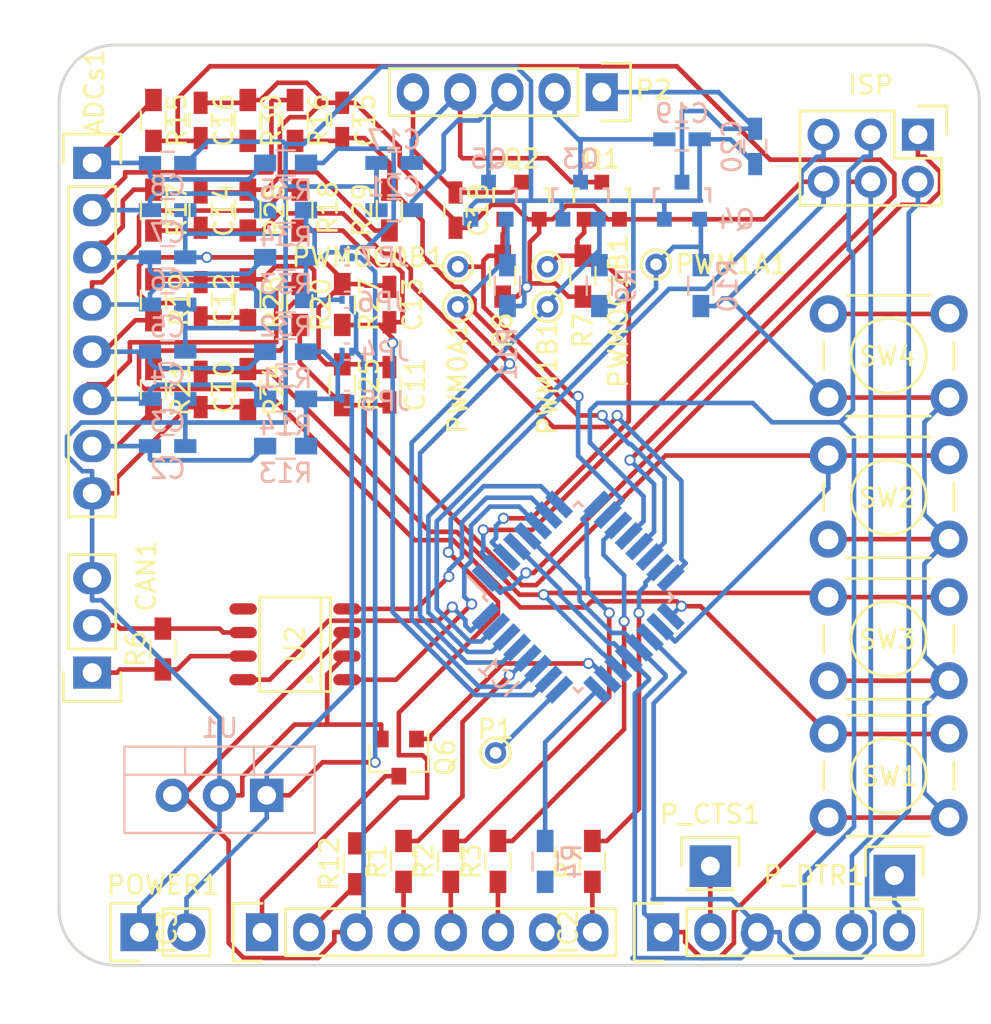
<source format=kicad_pcb>
(kicad_pcb (version 4) (host pcbnew 4.0.2-stable)
  (layers (0 F.Cu signal) (31 B.Cu signal) (34 B.Paste user) (35 F.Paste user) (36 B.SilkS user) (37 F.SilkS user) (38 B.Mask user) (39 F.Mask user) (44 Edge.Cuts user))
  (net 0 "")
  (net 1 ADC2)
  (net 2 ADC3)
  (net 3 ADC5)
  (net 4 ADC6)
  (net 5 ADC8)
  (net 6 ADC9)
  (net 7 ADC10)
  (net 8 ADC2_12V)
  (net 9 ADC3_12V)
  (net 10 ADC5_12V)
  (net 11 ADC6_12V)
  (net 12 ADC8_12V)
  (net 13 ADC9_12V)
  (net 14 ADC10_12V)
  (net 15 "Net-(CAN1-Pad1)")
  (net 16 "Net-(CAN1-Pad2)")
  (net 17 GND)
  (net 18 DIN0)
  (net 19 "Net-(IC2-Pad2)")
  (net 20 +5V)
  (net 21 uC_RX_SCK_A)
  (net 22 uC_TX_MOSI_A)
  (net 23 "Net-(IC2-Pad6)")
  (net 24 "Net-(IC3-Pad4)")
  (net 25 "Net-(IC3-Pad5)")
  (net 26 "Net-(IC3-Pad6)")
  (net 27 "Net-(IC3-Pad7)")
  (net 28 "Net-(IC3-Pad8)")
  (net 29 DISP_BL_MISO)
  (net 30 Rs)
  (net 31 DAC)
  (net 32 LS_1A)
  (net 33 LS_1B)
  (net 34 LS_0A)
  (net 35 +BATT)
  (net 36 PWM0A)
  (net 37 PWM1A)
  (net 38 PWM1B)
  (net 39 PWMOC0B)
  (net 40 PWMOC1B)
  (net 41 SCK)
  (net 42 MOSI)
  (net 43 DISP_DC)
  (net 44 DISP_CS)
  (net 45 DISP_RST)
  (net 46 TXCAN)
  (net 47 RXCAN)
  (net 48 MISO_A)
  (net 49 RST)
  (net 50 LS_OC1B)
  (net 51 LS_OC0B)
  (net 52 "Net-(JP4-Pad2)")
  (net 53 "Net-(JP6-Pad1)")
  (net 54 DISP_POWER)
  (net 55 "Net-(IC3-Pad1)")
  (net 56 "Net-(IC3-Pad2)")
  (module Mounting_Holes:MountingHole_3.2mm_M3 (layer F.Cu) (at 141.605 101.981)
    (fp_text reference "" (at 0 -4.2) (layer F.SilkS))
    (fp_text value MountingHole_3.2mm_M3)
    (pad 1 np_thru_hole circle (at 0 0) (size 3.2 3.2) (drill 3.2) (layers *.Cu *.Mask))
  )
  (module Mounting_Holes:MountingHole_3.2mm_M3 (layer F.Cu) (at 114.046 90.805)
    (fp_text reference "" (at 0 -4.2) (layer F.SilkS))
    (fp_text value MountingHole_3.2mm_M3)
    (pad 1 np_thru_hole circle (at 0 0) (size 3.2 3.2) (drill 3.2) (layers *.Cu *.Mask))
  )
  (module Pin_Headers:Pin_Header_Straight_1x08 (layer F.Cu) (at 107.188 71.12)
    (fp_text reference ADCs1 (at 0.127 -3.81 90) (layer F.SilkS))
    (fp_text value CONN_01X08)
    (pad 1 thru_hole rect (at 0 0) (size 2.032 1.7272) (drill 1.016) (layers *.Cu *.Mask) (net 8 ADC2_12V))
    (pad 2 thru_hole oval (at 0 2.54) (size 2.032 1.7272) (drill 1.016) (layers *.Cu *.Mask) (net 9 ADC3_12V))
    (pad 3 thru_hole oval (at 0 5.08) (size 2.032 1.7272) (drill 1.016) (layers *.Cu *.Mask) (net 10 ADC5_12V))
    (pad 4 thru_hole oval (at 0 7.62) (size 2.032 1.7272) (drill 1.016) (layers *.Cu *.Mask) (net 11 ADC6_12V))
    (pad 5 thru_hole oval (at 0 10.16) (size 2.032 1.7272) (drill 1.016) (layers *.Cu *.Mask) (net 12 ADC8_12V))
    (pad 6 thru_hole oval (at 0 12.7) (size 2.032 1.7272) (drill 1.016) (layers *.Cu *.Mask) (net 13 ADC9_12V))
    (pad 7 thru_hole oval (at 0 15.24) (size 2.032 1.7272) (drill 1.016) (layers *.Cu *.Mask) (net 14 ADC10_12V))
    (pad 8 thru_hole oval (at 0 17.78) (size 2.032 1.7272) (drill 1.016) (layers *.Cu *.Mask) (net 17 GND))
  )
  (module Pin_Headers:Pin_Header_Straight_1x03 (layer F.Cu) (at 107.188 98.552 180)
    (fp_text reference CAN1 (at -2.921 5.207 270) (layer F.SilkS))
    (fp_text value CONN_01X03)
    (pad 1 thru_hole rect (at 0 0 180) (size 2.032 1.7272) (drill 1.016) (layers *.Cu *.Mask) (net 15 "Net-(CAN1-Pad1)"))
    (pad 2 thru_hole oval (at 0 2.54 180) (size 2.032 1.7272) (drill 1.016) (layers *.Cu *.Mask) (net 16 "Net-(CAN1-Pad2)"))
    (pad 3 thru_hole oval (at 0 5.08 180) (size 2.032 1.7272) (drill 1.016) (layers *.Cu *.Mask) (net 17 GND))
  )
  (module Pin_Headers:Pin_Header_Straight_1x06 (layer F.Cu) (at 137.922 112.522 90)
    (fp_text reference IC2 (at 0 -5.1 90) (layer F.SilkS))
    (fp_text value FTDI232)
    (pad 1 thru_hole rect (at 0 0 90) (size 2.032 1.7272) (drill 1.016) (layers *.Cu *.Mask) (net 17 GND))
    (pad 2 thru_hole oval (at 0 2.54 90) (size 2.032 1.7272) (drill 1.016) (layers *.Cu *.Mask) (net 19 "Net-(IC2-Pad2)"))
    (pad 3 thru_hole oval (at 0 5.08 90) (size 2.032 1.7272) (drill 1.016) (layers *.Cu *.Mask) (net 20 +5V))
    (pad 4 thru_hole oval (at 0 7.62 90) (size 2.032 1.7272) (drill 1.016) (layers *.Cu *.Mask) (net 21 uC_RX_SCK_A))
    (pad 5 thru_hole oval (at 0 10.16 90) (size 2.032 1.7272) (drill 1.016) (layers *.Cu *.Mask) (net 22 uC_TX_MOSI_A))
    (pad 6 thru_hole oval (at 0 12.7 90) (size 2.032 1.7272) (drill 1.016) (layers *.Cu *.Mask) (net 23 "Net-(IC2-Pad6)"))
  )
  (module Pin_Headers:Pin_Header_Straight_1x08 (layer F.Cu) (at 116.332 112.522 90)
    (fp_text reference IC3 (at 0 -5.1 90) (layer F.SilkS))
    (fp_text value Display)
    (pad 1 thru_hole rect (at 0 0 90) (size 2.032 1.7272) (drill 1.016) (layers *.Cu *.Mask) (net 55 "Net-(IC3-Pad1)"))
    (pad 2 thru_hole oval (at 0 2.54 90) (size 2.032 1.7272) (drill 1.016) (layers *.Cu *.Mask) (net 56 "Net-(IC3-Pad2)"))
    (pad 3 thru_hole oval (at 0 5.08 90) (size 2.032 1.7272) (drill 1.016) (layers *.Cu *.Mask) (net 20 +5V))
    (pad 4 thru_hole oval (at 0 7.62 90) (size 2.032 1.7272) (drill 1.016) (layers *.Cu *.Mask) (net 24 "Net-(IC3-Pad4)"))
    (pad 5 thru_hole oval (at 0 10.16 90) (size 2.032 1.7272) (drill 1.016) (layers *.Cu *.Mask) (net 25 "Net-(IC3-Pad5)"))
    (pad 6 thru_hole oval (at 0 12.7 90) (size 2.032 1.7272) (drill 1.016) (layers *.Cu *.Mask) (net 26 "Net-(IC3-Pad6)"))
    (pad 7 thru_hole oval (at 0 15.24 90) (size 2.032 1.7272) (drill 1.016) (layers *.Cu *.Mask) (net 27 "Net-(IC3-Pad7)"))
    (pad 8 thru_hole oval (at 0 17.78 90) (size 2.032 1.7272) (drill 1.016) (layers *.Cu *.Mask) (net 28 "Net-(IC3-Pad8)"))
  )
  (module Pin_Headers:Pin_Header_Straight_1x05 (layer F.Cu) (at 134.62 67.31 270)
    (fp_text reference P2 (at -0.127 -2.794 360) (layer F.SilkS))
    (fp_text value CONN_01X05)
    (pad 1 thru_hole rect (at 0 0 270) (size 2.032 1.7272) (drill 1.016) (layers *.Cu *.Mask) (net 32 LS_1A))
    (pad 2 thru_hole oval (at 0 2.54 270) (size 2.032 1.7272) (drill 1.016) (layers *.Cu *.Mask) (net 33 LS_1B))
    (pad 3 thru_hole oval (at 0 5.08 270) (size 2.032 1.7272) (drill 1.016) (layers *.Cu *.Mask) (net 34 LS_0A))
    (pad 4 thru_hole oval (at 0 7.62 270) (size 2.032 1.7272) (drill 1.016) (layers *.Cu *.Mask) (net 50 LS_OC1B))
    (pad 5 thru_hole oval (at 0 10.16 270) (size 2.032 1.7272) (drill 1.016) (layers *.Cu *.Mask) (net 51 LS_OC0B))
  )
  (module Pin_Headers:Pin_Header_Straight_1x02 (layer F.Cu) (at 109.728 112.522 90)
    (fp_text reference POWER1 (at 2.54 1.27 180) (layer F.SilkS))
    (fp_text value CONN_01X02)
    (pad 1 thru_hole rect (at 0 0 90) (size 2.032 2.032) (drill 1.016) (layers *.Cu *.Mask) (net 17 GND))
    (pad 2 thru_hole oval (at 0 2.54 90) (size 2.032 2.032) (drill 1.016) (layers *.Cu *.Mask) (net 35 +BATT))
  )
  (module Pin_Headers:Pin_Header_Straight_1x01 (layer F.Cu) (at 140.462 108.966)
    (fp_text reference P_CTS1 (at 0 -2.794) (layer F.SilkS))
    (fp_text value CONN_01X01)
    (pad 1 thru_hole rect (at 0 0) (size 2.2352 2.2352) (drill 1.016) (layers *.Cu *.Mask) (net 19 "Net-(IC2-Pad2)"))
  )
  (module Pin_Headers:Pin_Header_Straight_1x01 (layer F.Cu) (at 150.368 109.474)
    (fp_text reference P_DTR1 (at -4.318 0) (layer F.SilkS))
    (fp_text value CONN_01X01)
    (pad 1 thru_hole rect (at 0 0) (size 2.2352 2.2352) (drill 1.016) (layers *.Cu *.Mask) (net 23 "Net-(IC2-Pad6)"))
  )
  (module TO_SOT_Packages_SMD:SOT-23 (layer F.Cu) (at 134.62 73.152)
    (fp_text reference Q1 (at 0 -2.25) (layer F.SilkS))
    (fp_text value BSS138)
    (pad 1 smd rect (at -0.95 1.00076) (size 0.8001 0.8001) (layers F.Cu F.Paste F.Mask) (net 40 PWMOC1B))
    (pad 2 smd rect (at 0.95 1.00076) (size 0.8001 0.8001) (layers F.Cu F.Paste F.Mask) (net 17 GND))
    (pad 3 smd rect (at 0 -0.99822) (size 0.8001 0.8001) (layers F.Cu F.Paste F.Mask) (net 50 LS_OC1B))
  )
  (module TO_SOT_Packages_SMD:SOT-23 (layer F.Cu) (at 130.302 73.152)
    (fp_text reference Q2 (at 0 -2.25) (layer F.SilkS))
    (fp_text value BSS138)
    (pad 1 smd rect (at -0.95 1.00076) (size 0.8001 0.8001) (layers F.Cu F.Paste F.Mask) (net 39 PWMOC0B))
    (pad 2 smd rect (at 0.95 1.00076) (size 0.8001 0.8001) (layers F.Cu F.Paste F.Mask) (net 17 GND))
    (pad 3 smd rect (at 0 -0.99822) (size 0.8001 0.8001) (layers F.Cu F.Paste F.Mask) (net 51 LS_OC0B))
  )
  (module TO_SOT_Packages_SMD:SOT-23 (layer B.Cu) (at 133.477 73.152 180)
    (fp_text reference Q3 (at 0 2.25 180) (layer B.SilkS) (effects (justify mirror)))
    (fp_text value BSS138)
    (pad 1 smd rect (at -0.95 -1.00076 180) (size 0.8001 0.8001) (layers B.Cu B.Paste B.Mask) (net 38 PWM1B))
    (pad 2 smd rect (at 0.95 -1.00076 180) (size 0.8001 0.8001) (layers B.Cu B.Paste B.Mask) (net 17 GND))
    (pad 3 smd rect (at 0 0.99822 180) (size 0.8001 0.8001) (layers B.Cu B.Paste B.Mask) (net 33 LS_1B))
  )
  (module TO_SOT_Packages_SMD:SOT-23 (layer B.Cu) (at 138.938 73.152 180)
    (fp_text reference Q4 (at -2.921 -1.016 180) (layer B.SilkS) (effects (justify mirror)))
    (fp_text value BSS138)
    (pad 1 smd rect (at -0.95 -1.00076 180) (size 0.8001 0.8001) (layers B.Cu B.Paste B.Mask) (net 37 PWM1A))
    (pad 2 smd rect (at 0.95 -1.00076 180) (size 0.8001 0.8001) (layers B.Cu B.Paste B.Mask) (net 17 GND))
    (pad 3 smd rect (at 0 0.99822 180) (size 0.8001 0.8001) (layers B.Cu B.Paste B.Mask) (net 32 LS_1A))
  )
  (module TO_SOT_Packages_SMD:SOT-23 (layer B.Cu) (at 128.524 73.152 180)
    (fp_text reference Q5 (at 0 2.25 180) (layer B.SilkS) (effects (justify mirror)))
    (fp_text value BSS138)
    (pad 1 smd rect (at -0.95 -1.00076 180) (size 0.8001 0.8001) (layers B.Cu B.Paste B.Mask) (net 36 PWM0A))
    (pad 2 smd rect (at 0.95 -1.00076 180) (size 0.8001 0.8001) (layers B.Cu B.Paste B.Mask) (net 17 GND))
    (pad 3 smd rect (at 0 0.99822 180) (size 0.8001 0.8001) (layers B.Cu B.Paste B.Mask) (net 34 LS_0A))
  )
  (module Power_Integrations:SO-8 (layer F.Cu) (at 118.11 97.028 90)
    (fp_text reference U2 (at 0 0 90) (layer F.SilkS))
    (fp_text value MCP2551-I/SN)
    (pad 1 smd oval (at -1.905 2.794 90) (size 0.6096 1.4732) (layers F.Cu F.Paste F.Mask) (net 46 TXCAN))
    (pad 2 smd oval (at -0.635 2.794 90) (size 0.6096 1.4732) (layers F.Cu F.Paste F.Mask) (net 17 GND))
    (pad 3 smd oval (at 0.635 2.794 90) (size 0.6096 1.4732) (layers F.Cu F.Paste F.Mask) (net 20 +5V))
    (pad 4 smd oval (at 1.905 2.794 90) (size 0.6096 1.4732) (layers F.Cu F.Paste F.Mask) (net 47 RXCAN))
    (pad 5 smd oval (at 1.905 -2.794 90) (size 0.6096 1.4732) (layers F.Cu F.Paste F.Mask))
    (pad 6 smd oval (at 0.635 -2.794 90) (size 0.6096 1.4732) (layers F.Cu F.Paste F.Mask) (net 16 "Net-(CAN1-Pad2)"))
    (pad 7 smd oval (at -0.635 -2.794 90) (size 0.6096 1.4732) (layers F.Cu F.Paste F.Mask) (net 15 "Net-(CAN1-Pad1)"))
    (pad 8 smd oval (at -1.905 -2.794 90) (size 0.6096 1.4732) (layers F.Cu F.Paste F.Mask) (net 30 Rs))
  )
  (module Pin_Headers:Pin_Header_Straight_2x03 (layer F.Cu) (at 151.638 69.596 270)
    (fp_text reference ISP (at -2.667 2.54 360) (layer F.SilkS))
    (fp_text value AVR-ISP-6)
    (pad 1 thru_hole rect (at 0 0 270) (size 1.7272 1.7272) (drill 1.016) (layers *.Cu *.Mask) (net 48 MISO_A))
    (pad 2 thru_hole oval (at 2.54 0 270) (size 1.7272 1.7272) (drill 1.016) (layers *.Cu *.Mask) (net 20 +5V))
    (pad 3 thru_hole oval (at 0 2.54 270) (size 1.7272 1.7272) (drill 1.016) (layers *.Cu *.Mask) (net 21 uC_RX_SCK_A))
    (pad 4 thru_hole oval (at 2.54 2.54 270) (size 1.7272 1.7272) (drill 1.016) (layers *.Cu *.Mask) (net 22 uC_TX_MOSI_A))
    (pad 5 thru_hole oval (at 0 5.08 270) (size 1.7272 1.7272) (drill 1.016) (layers *.Cu *.Mask) (net 49 RST))
    (pad 6 thru_hole oval (at 2.54 5.08 270) (size 1.7272 1.7272) (drill 1.016) (layers *.Cu *.Mask) (net 17 GND))
  )
  (module Housings_QFP:TQFP-32_7x7mm_Pitch0.8mm (layer B.Cu) (at 133.35 94.488 315)
    (fp_text reference IC1 (at 0 6.05 315) (layer B.SilkS) (effects (justify mirror)))
    (fp_text value ATMEGA16M1-A)
    (pad 1 smd rect (at -4.25 2.8 315) (size 1.6 0.55) (layers B.Cu B.Paste B.Mask) (net 48 MISO_A))
    (pad 2 smd rect (at -4.25 2 315) (size 1.6 0.55) (layers B.Cu B.Paste B.Mask) (net 22 uC_TX_MOSI_A))
    (pad 3 smd rect (at -4.25 1.2 315) (size 1.6 0.55) (layers B.Cu B.Paste B.Mask) (net 40 PWMOC1B))
    (pad 4 smd rect (at -4.25 0.4 315) (size 1.6 0.55) (layers B.Cu B.Paste B.Mask) (net 20 +5V))
    (pad 5 smd rect (at -4.25 -0.4 315) (size 1.6 0.55) (layers B.Cu B.Paste B.Mask) (net 17 GND))
    (pad 6 smd rect (at -4.25 -1.2 315) (size 1.6 0.55) (layers B.Cu B.Paste B.Mask) (net 46 TXCAN))
    (pad 7 smd rect (at -4.25 -2 315) (size 1.6 0.55) (layers B.Cu B.Paste B.Mask) (net 47 RXCAN))
    (pad 8 smd rect (at -4.25 -2.8 315) (size 1.6 0.55) (layers B.Cu B.Paste B.Mask) (net 29 DISP_BL_MISO))
    (pad 9 smd rect (at -2.8 -4.25 225) (size 1.6 0.55) (layers B.Cu B.Paste B.Mask) (net 42 MOSI))
    (pad 10 smd rect (at -2 -4.25 225) (size 1.6 0.55) (layers B.Cu B.Paste B.Mask) (net 39 PWMOC0B))
    (pad 11 smd rect (at -1.2 -4.25 225) (size 1.6 0.55) (layers B.Cu B.Paste B.Mask) (net 43 DISP_DC))
    (pad 12 smd rect (at -0.4 -4.25 225) (size 1.6 0.55) (layers B.Cu B.Paste B.Mask) (net 21 uC_RX_SCK_A))
    (pad 13 smd rect (at 0.4 -4.25 225) (size 1.6 0.55) (layers B.Cu B.Paste B.Mask) (net 1 ADC2))
    (pad 14 smd rect (at 1.2 -4.25 225) (size 1.6 0.55) (layers B.Cu B.Paste B.Mask) (net 2 ADC3))
    (pad 15 smd rect (at 2 -4.25 225) (size 1.6 0.55) (layers B.Cu B.Paste B.Mask) (net 45 DISP_RST))
    (pad 16 smd rect (at 2.8 -4.25 225) (size 1.6 0.55) (layers B.Cu B.Paste B.Mask) (net 3 ADC5))
    (pad 17 smd rect (at 4.25 -2.8 315) (size 1.6 0.55) (layers B.Cu B.Paste B.Mask) (net 5 ADC8))
    (pad 18 smd rect (at 4.25 -2 315) (size 1.6 0.55) (layers B.Cu B.Paste B.Mask) (net 6 ADC9))
    (pad 19 smd rect (at 4.25 -1.2 315) (size 1.6 0.55) (layers B.Cu B.Paste B.Mask) (net 20 +5V))
    (pad 20 smd rect (at 4.25 -0.4 315) (size 1.6 0.55) (layers B.Cu B.Paste B.Mask) (net 17 GND))
    (pad 21 smd rect (at 4.25 0.4 315) (size 1.6 0.55) (layers B.Cu B.Paste B.Mask) (net 20 +5V))
    (pad 22 smd rect (at 4.25 1.2 315) (size 1.6 0.55) (layers B.Cu B.Paste B.Mask) (net 7 ADC10))
    (pad 23 smd rect (at 4.25 2 315) (size 1.6 0.55) (layers B.Cu B.Paste B.Mask) (net 54 DISP_POWER))
    (pad 24 smd rect (at 4.25 2.8 315) (size 1.6 0.55) (layers B.Cu B.Paste B.Mask) (net 44 DISP_CS))
    (pad 25 smd rect (at 2.8 4.25 225) (size 1.6 0.55) (layers B.Cu B.Paste B.Mask) (net 31 DAC))
    (pad 26 smd rect (at 2 4.25 225) (size 1.6 0.55) (layers B.Cu B.Paste B.Mask) (net 4 ADC6))
    (pad 27 smd rect (at 1.2 4.25 225) (size 1.6 0.55) (layers B.Cu B.Paste B.Mask) (net 38 PWM1B))
    (pad 28 smd rect (at 0.4 4.25 225) (size 1.6 0.55) (layers B.Cu B.Paste B.Mask) (net 41 SCK))
    (pad 29 smd rect (at -0.4 4.25 225) (size 1.6 0.55) (layers B.Cu B.Paste B.Mask) (net 36 PWM0A))
    (pad 30 smd rect (at -1.2 4.25 225) (size 1.6 0.55) (layers B.Cu B.Paste B.Mask) (net 37 PWM1A))
    (pad 31 smd rect (at -2 4.25 225) (size 1.6 0.55) (layers B.Cu B.Paste B.Mask) (net 49 RST))
    (pad 32 smd rect (at -2.8 4.25 225) (size 1.6 0.55) (layers B.Cu B.Paste B.Mask) (net 30 Rs))
  )
  (module Connect:PINTST (layer F.Cu) (at 128.905 102.87)
    (fp_text reference P1 (at 0 -1.26746) (layer F.SilkS))
    (fp_text value CONN_01X01)
    (pad 1 thru_hole circle (at 0 0) (size 1.143 1.143) (drill 0.635) (layers *.Cu *.Mask) (net 31 DAC))
  )
  (module Connect:PINTST (layer F.Cu) (at 126.873 78.867)
    (fp_text reference PWM0A1 (at 0 3.81 90) (layer F.SilkS))
    (fp_text value CONN_01X01)
    (pad 1 thru_hole circle (at 0 0) (size 1.143 1.143) (drill 0.635) (layers *.Cu *.Mask) (net 36 PWM0A))
  )
  (module Connect:PINTST (layer F.Cu) (at 137.541 76.581)
    (fp_text reference PWM1A1 (at 4.064 0) (layer F.SilkS))
    (fp_text value CONN_01X01)
    (pad 1 thru_hole circle (at 0 0) (size 1.143 1.143) (drill 0.635) (layers *.Cu *.Mask) (net 37 PWM1A))
  )
  (module Connect:PINTST (layer F.Cu) (at 131.699 78.867)
    (fp_text reference PWM1B1 (at 0 3.81 90) (layer F.SilkS))
    (fp_text value CONN_01X01)
    (pad 1 thru_hole circle (at 0 0) (size 1.143 1.143) (drill 0.635) (layers *.Cu *.Mask) (net 38 PWM1B))
  )
  (module Connect:PINTST (layer F.Cu) (at 126.873 76.708)
    (fp_text reference PWMOC0B1 (at -4.826 -0.508) (layer F.SilkS))
    (fp_text value CONN_01X01)
    (pad 1 thru_hole circle (at 0 0) (size 1.143 1.143) (drill 0.635) (layers *.Cu *.Mask) (net 39 PWMOC0B))
  )
  (module Connect:PINTST (layer F.Cu) (at 131.699 76.708)
    (fp_text reference PWMOC1B1 (at 3.81 2.413 270) (layer F.SilkS))
    (fp_text value CONN_01X01)
    (pad 1 thru_hole circle (at 0 0) (size 1.143 1.143) (drill 0.635) (layers *.Cu *.Mask) (net 40 PWMOC1B))
  )
  (module Buttons_Switches_ThroughHole:SW_PUSH_6mm (layer F.Cu) (at 146.812 101.854)
    (fp_text reference SW1 (at 3.302 2.286) (layer F.SilkS))
    (fp_text value SW_PUSH)
    (pad 2 thru_hole circle (at 0 4.5 90) (size 2 2) (drill 1.1) (layers *.Cu *.Mask) (net 17 GND))
    (pad 1 thru_hole circle (at 0 0 90) (size 2 2) (drill 1.1) (layers *.Cu *.Mask) (net 5 ADC8))
    (pad 2 thru_hole circle (at 6.5 4.5 90) (size 2 2) (drill 1.1) (layers *.Cu *.Mask) (net 17 GND))
    (pad 1 thru_hole circle (at 6.5 0 90) (size 2 2) (drill 1.1) (layers *.Cu *.Mask) (net 5 ADC8))
  )
  (module Buttons_Switches_ThroughHole:SW_PUSH_6mm (layer F.Cu) (at 146.812 86.868)
    (fp_text reference SW2 (at 3.175 2.286) (layer F.SilkS))
    (fp_text value SW_PUSH)
    (pad 2 thru_hole circle (at 0 4.5 90) (size 2 2) (drill 1.1) (layers *.Cu *.Mask) (net 17 GND))
    (pad 1 thru_hole circle (at 0 0 90) (size 2 2) (drill 1.1) (layers *.Cu *.Mask) (net 6 ADC9))
    (pad 2 thru_hole circle (at 6.5 4.5 90) (size 2 2) (drill 1.1) (layers *.Cu *.Mask) (net 17 GND))
    (pad 1 thru_hole circle (at 6.5 0 90) (size 2 2) (drill 1.1) (layers *.Cu *.Mask) (net 6 ADC9))
  )
  (module Buttons_Switches_ThroughHole:SW_PUSH_6mm (layer F.Cu) (at 146.812 94.488)
    (fp_text reference SW3 (at 3.175 2.286) (layer F.SilkS))
    (fp_text value SW_PUSH)
    (pad 2 thru_hole circle (at 0 4.5 90) (size 2 2) (drill 1.1) (layers *.Cu *.Mask) (net 17 GND))
    (pad 1 thru_hole circle (at 0 0 90) (size 2 2) (drill 1.1) (layers *.Cu *.Mask) (net 7 ADC10))
    (pad 2 thru_hole circle (at 6.5 4.5 90) (size 2 2) (drill 1.1) (layers *.Cu *.Mask) (net 17 GND))
    (pad 1 thru_hole circle (at 6.5 0 90) (size 2 2) (drill 1.1) (layers *.Cu *.Mask) (net 7 ADC10))
  )
  (module Buttons_Switches_ThroughHole:SW_PUSH_6mm (layer F.Cu) (at 146.812 79.248)
    (fp_text reference SW4 (at 3.175 2.286) (layer F.SilkS))
    (fp_text value SW_PUSH)
    (pad 2 thru_hole circle (at 0 4.5 90) (size 2 2) (drill 1.1) (layers *.Cu *.Mask) (net 17 GND))
    (pad 1 thru_hole circle (at 0 0 90) (size 2 2) (drill 1.1) (layers *.Cu *.Mask) (net 18 DIN0))
    (pad 2 thru_hole circle (at 6.5 4.5 90) (size 2 2) (drill 1.1) (layers *.Cu *.Mask) (net 17 GND))
    (pad 1 thru_hole circle (at 6.5 0 90) (size 2 2) (drill 1.1) (layers *.Cu *.Mask) (net 18 DIN0))
  )
  (module Resistors_SMD:R_0201 (layer B.Cu) (at 120.904 81.28 180)
    (fp_text reference JP4 (at -2.032 0 180) (layer B.SilkS) (effects (justify mirror)))
    (fp_text value Jumper_NC_Small)
    (pad 1 smd rect (at -0.26 0 180) (size 0.28 0.43) (layers B.Cu B.Paste B.Mask) (net 20 +5V))
    (pad 2 smd rect (at 0.26 0 180) (size 0.28 0.43) (layers B.Cu B.Paste B.Mask) (net 52 "Net-(JP4-Pad2)"))
  )
  (module Resistors_SMD:R_0201 (layer B.Cu) (at 120.904 83.82 180)
    (fp_text reference JP5 (at -2.032 -0.127 180) (layer B.SilkS) (effects (justify mirror)))
    (fp_text value Jumper_NC_Small)
    (pad 1 smd rect (at -0.26 0 180) (size 0.28 0.43) (layers B.Cu B.Paste B.Mask) (net 35 +BATT))
    (pad 2 smd rect (at 0.26 0 180) (size 0.28 0.43) (layers B.Cu B.Paste B.Mask) (net 52 "Net-(JP4-Pad2)"))
  )
  (module Resistors_SMD:R_0201 (layer B.Cu) (at 120.904 78.486)
    (fp_text reference JP6 (at 1.905 0.127) (layer B.SilkS) (effects (justify mirror)))
    (fp_text value Jumper_NC_Small)
    (pad 1 smd rect (at -0.26 0) (size 0.28 0.43) (layers B.Cu B.Paste B.Mask) (net 53 "Net-(JP6-Pad1)"))
    (pad 2 smd rect (at 0.26 0) (size 0.28 0.43) (layers B.Cu B.Paste B.Mask) (net 20 +5V))
  )
  (module Resistors_SMD:R_0201 (layer B.Cu) (at 120.904 76.2)
    (fp_text reference JP7 (at 2.032 0) (layer B.SilkS) (effects (justify mirror)))
    (fp_text value Jumper_NC_Small)
    (pad 1 smd rect (at -0.26 0) (size 0.28 0.43) (layers B.Cu B.Paste B.Mask) (net 53 "Net-(JP6-Pad1)"))
    (pad 2 smd rect (at 0.26 0) (size 0.28 0.43) (layers B.Cu B.Paste B.Mask) (net 35 +BATT))
  )
  (module Resistors_SMD:R_0603_HandSoldering (layer B.Cu) (at 117.602 86.36)
    (fp_text reference R13 (at 0 1.45) (layer B.SilkS) (effects (justify mirror)))
    (fp_text value 1k)
    (pad 1 smd rect (at -1.1 0) (size 1.2 0.9) (layers B.Cu B.Paste B.Mask) (net 14 ADC10_12V))
    (pad 2 smd rect (at 1.1 0) (size 1.2 0.9) (layers B.Cu B.Paste B.Mask) (net 52 "Net-(JP4-Pad2)"))
  )
  (module Resistors_SMD:R_0603_HandSoldering (layer B.Cu) (at 117.602 83.82)
    (fp_text reference R14 (at 0 1.45) (layer B.SilkS) (effects (justify mirror)))
    (fp_text value 1k)
    (pad 1 smd rect (at -1.1 0) (size 1.2 0.9) (layers B.Cu B.Paste B.Mask) (net 13 ADC9_12V))
    (pad 2 smd rect (at 1.1 0) (size 1.2 0.9) (layers B.Cu B.Paste B.Mask) (net 52 "Net-(JP4-Pad2)"))
  )
  (module Resistors_SMD:R_0603_HandSoldering (layer B.Cu) (at 117.602 81.28)
    (fp_text reference R31 (at 0 1.45) (layer B.SilkS) (effects (justify mirror)))
    (fp_text value 1k)
    (pad 1 smd rect (at -1.1 0) (size 1.2 0.9) (layers B.Cu B.Paste B.Mask) (net 12 ADC8_12V))
    (pad 2 smd rect (at 1.1 0) (size 1.2 0.9) (layers B.Cu B.Paste B.Mask) (net 52 "Net-(JP4-Pad2)"))
  )
  (module Resistors_SMD:R_0603_HandSoldering (layer B.Cu) (at 117.602 78.486)
    (fp_text reference R32 (at 0 1.45) (layer B.SilkS) (effects (justify mirror)))
    (fp_text value 1k)
    (pad 1 smd rect (at -1.1 0) (size 1.2 0.9) (layers B.Cu B.Paste B.Mask) (net 11 ADC6_12V))
    (pad 2 smd rect (at 1.1 0) (size 1.2 0.9) (layers B.Cu B.Paste B.Mask) (net 53 "Net-(JP6-Pad1)"))
  )
  (module Resistors_SMD:R_0603_HandSoldering (layer B.Cu) (at 117.602 76.2)
    (fp_text reference R33 (at 0 1.45) (layer B.SilkS) (effects (justify mirror)))
    (fp_text value 1k)
    (pad 1 smd rect (at -1.1 0) (size 1.2 0.9) (layers B.Cu B.Paste B.Mask) (net 10 ADC5_12V))
    (pad 2 smd rect (at 1.1 0) (size 1.2 0.9) (layers B.Cu B.Paste B.Mask) (net 53 "Net-(JP6-Pad1)"))
  )
  (module Resistors_SMD:R_0603_HandSoldering (layer B.Cu) (at 117.602 73.66)
    (fp_text reference R34 (at 0 1.45) (layer B.SilkS) (effects (justify mirror)))
    (fp_text value 1k)
    (pad 1 smd rect (at -1.1 0) (size 1.2 0.9) (layers B.Cu B.Paste B.Mask) (net 9 ADC3_12V))
    (pad 2 smd rect (at 1.1 0) (size 1.2 0.9) (layers B.Cu B.Paste B.Mask) (net 53 "Net-(JP6-Pad1)"))
  )
  (module Resistors_SMD:R_0603_HandSoldering (layer B.Cu) (at 117.602 71.12)
    (fp_text reference R35 (at 0 1.45) (layer B.SilkS) (effects (justify mirror)))
    (fp_text value 1k)
    (pad 1 smd rect (at -1.1 0) (size 1.2 0.9) (layers B.Cu B.Paste B.Mask) (net 8 ADC2_12V))
    (pad 2 smd rect (at 1.1 0) (size 1.2 0.9) (layers B.Cu B.Paste B.Mask) (net 53 "Net-(JP6-Pad1)"))
  )
  (module Capacitors_SMD:C_0603_HandSoldering (layer B.Cu) (at 111.252 86.36)
    (fp_text reference C2 (at 0 1.25) (layer B.SilkS) (effects (justify mirror)))
    (fp_text value 100nF)
    (pad 1 smd rect (at -0.95 0) (size 1.2 0.75) (layers B.Cu B.Paste B.Mask) (net 14 ADC10_12V))
    (pad 2 smd rect (at 0.95 0) (size 1.2 0.75) (layers B.Cu B.Paste B.Mask) (net 17 GND))
  )
  (module Capacitors_SMD:C_0603_HandSoldering (layer B.Cu) (at 111.252 83.82)
    (fp_text reference C3 (at 0 1.25) (layer B.SilkS) (effects (justify mirror)))
    (fp_text value 100nF)
    (pad 1 smd rect (at -0.95 0) (size 1.2 0.75) (layers B.Cu B.Paste B.Mask) (net 13 ADC9_12V))
    (pad 2 smd rect (at 0.95 0) (size 1.2 0.75) (layers B.Cu B.Paste B.Mask) (net 17 GND))
  )
  (module Capacitors_SMD:C_0603_HandSoldering (layer B.Cu) (at 111.252 81.28)
    (fp_text reference C4 (at 0 1.25) (layer B.SilkS) (effects (justify mirror)))
    (fp_text value 100nF)
    (pad 1 smd rect (at -0.95 0) (size 1.2 0.75) (layers B.Cu B.Paste B.Mask) (net 12 ADC8_12V))
    (pad 2 smd rect (at 0.95 0) (size 1.2 0.75) (layers B.Cu B.Paste B.Mask) (net 17 GND))
  )
  (module Capacitors_SMD:C_0603_HandSoldering (layer B.Cu) (at 111.252 78.74)
    (fp_text reference C5 (at 0 1.25) (layer B.SilkS) (effects (justify mirror)))
    (fp_text value 100nF)
    (pad 1 smd rect (at -0.95 0) (size 1.2 0.75) (layers B.Cu B.Paste B.Mask) (net 11 ADC6_12V))
    (pad 2 smd rect (at 0.95 0) (size 1.2 0.75) (layers B.Cu B.Paste B.Mask) (net 17 GND))
  )
  (module Capacitors_SMD:C_0603_HandSoldering (layer B.Cu) (at 111.252 76.2)
    (fp_text reference C6 (at 0 1.25) (layer B.SilkS) (effects (justify mirror)))
    (fp_text value 100nF)
    (pad 1 smd rect (at -0.95 0) (size 1.2 0.75) (layers B.Cu B.Paste B.Mask) (net 10 ADC5_12V))
    (pad 2 smd rect (at 0.95 0) (size 1.2 0.75) (layers B.Cu B.Paste B.Mask) (net 17 GND))
  )
  (module Capacitors_SMD:C_0603_HandSoldering (layer B.Cu) (at 111.252 73.66)
    (fp_text reference C7 (at 0 1.25) (layer B.SilkS) (effects (justify mirror)))
    (fp_text value 100nF)
    (pad 1 smd rect (at -0.95 0) (size 1.2 0.75) (layers B.Cu B.Paste B.Mask) (net 9 ADC3_12V))
    (pad 2 smd rect (at 0.95 0) (size 1.2 0.75) (layers B.Cu B.Paste B.Mask) (net 17 GND))
  )
  (module Capacitors_SMD:C_0603_HandSoldering (layer B.Cu) (at 111.252 71.12)
    (fp_text reference C8 (at 0 1.25) (layer B.SilkS) (effects (justify mirror)))
    (fp_text value 100nF)
    (pad 1 smd rect (at -0.95 0) (size 1.2 0.75) (layers B.Cu B.Paste B.Mask) (net 8 ADC2_12V))
    (pad 2 smd rect (at 0.95 0) (size 1.2 0.75) (layers B.Cu B.Paste B.Mask) (net 17 GND))
  )
  (module Capacitors_SMD:C_0603_HandSoldering (layer F.Cu) (at 113.03 83.312 90)
    (fp_text reference C10 (at 0.127 1.27 90) (layer F.SilkS))
    (fp_text value 47nF)
    (pad 1 smd rect (at -0.95 0 90) (size 1.2 0.75) (layers F.Cu F.Paste F.Mask) (net 17 GND))
    (pad 2 smd rect (at 0.95 0 90) (size 1.2 0.75) (layers F.Cu F.Paste F.Mask) (net 7 ADC10))
  )
  (module Capacitors_SMD:C_0603_HandSoldering (layer F.Cu) (at 123.19 83.058 270)
    (fp_text reference C11 (at 0 -1.397 270) (layer F.SilkS))
    (fp_text value 47nF)
    (pad 1 smd rect (at -0.95 0 270) (size 1.2 0.75) (layers F.Cu F.Paste F.Mask) (net 17 GND))
    (pad 2 smd rect (at 0.95 0 270) (size 1.2 0.75) (layers F.Cu F.Paste F.Mask) (net 6 ADC9))
  )
  (module Capacitors_SMD:C_0603_HandSoldering (layer F.Cu) (at 113.03 78.486 90)
    (fp_text reference C12 (at 0 1.27 90) (layer F.SilkS))
    (fp_text value 47nF)
    (pad 1 smd rect (at -0.95 0 90) (size 1.2 0.75) (layers F.Cu F.Paste F.Mask) (net 17 GND))
    (pad 2 smd rect (at 0.95 0 90) (size 1.2 0.75) (layers F.Cu F.Paste F.Mask) (net 5 ADC8))
  )
  (module Capacitors_SMD:C_0603_HandSoldering (layer F.Cu) (at 123.19 78.74 270)
    (fp_text reference C13 (at 0 -1.25 270) (layer F.SilkS))
    (fp_text value 47nF)
    (pad 1 smd rect (at -0.95 0 270) (size 1.2 0.75) (layers F.Cu F.Paste F.Mask) (net 17 GND))
    (pad 2 smd rect (at 0.95 0 270) (size 1.2 0.75) (layers F.Cu F.Paste F.Mask) (net 4 ADC6))
  )
  (module Capacitors_SMD:C_0603_HandSoldering (layer F.Cu) (at 113.03 73.66 270)
    (fp_text reference C14 (at 0 -1.25 270) (layer F.SilkS))
    (fp_text value 47nF)
    (pad 1 smd rect (at -0.95 0 270) (size 1.2 0.75) (layers F.Cu F.Paste F.Mask) (net 17 GND))
    (pad 2 smd rect (at 0.95 0 270) (size 1.2 0.75) (layers F.Cu F.Paste F.Mask) (net 3 ADC5))
  )
  (module Capacitors_SMD:C_0603_HandSoldering (layer F.Cu) (at 120.65 68.834 270)
    (fp_text reference C15 (at 0 -1.25 270) (layer F.SilkS))
    (fp_text value 47nF)
    (pad 1 smd rect (at -0.95 0 270) (size 1.2 0.75) (layers F.Cu F.Paste F.Mask) (net 17 GND))
    (pad 2 smd rect (at 0.95 0 270) (size 1.2 0.75) (layers F.Cu F.Paste F.Mask) (net 2 ADC3))
  )
  (module Capacitors_SMD:C_0603_HandSoldering (layer F.Cu) (at 113.03 68.834 270)
    (fp_text reference C16 (at 0 -1.25 270) (layer F.SilkS))
    (fp_text value 47nF)
    (pad 1 smd rect (at -0.95 0 270) (size 1.2 0.75) (layers F.Cu F.Paste F.Mask) (net 17 GND))
    (pad 2 smd rect (at 0.95 0 270) (size 1.2 0.75) (layers F.Cu F.Paste F.Mask) (net 1 ADC2))
  )
  (module Capacitors_SMD:C_0603_HandSoldering (layer B.Cu) (at 123.444 71.12 180)
    (fp_text reference C17 (at 0 1.25 180) (layer B.SilkS) (effects (justify mirror)))
    (fp_text value 100nF)
    (pad 1 smd rect (at -0.95 0 180) (size 1.2 0.75) (layers B.Cu B.Paste B.Mask) (net 50 LS_OC1B))
    (pad 2 smd rect (at 0.95 0 180) (size 1.2 0.75) (layers B.Cu B.Paste B.Mask) (net 17 GND))
  )
  (module Capacitors_SMD:C_0603_HandSoldering (layer F.Cu) (at 126.746 73.66 270)
    (fp_text reference C18 (at 0 -1.25 270) (layer F.SilkS))
    (fp_text value 100nF)
    (pad 1 smd rect (at -0.95 0 270) (size 1.2 0.75) (layers F.Cu F.Paste F.Mask) (net 51 LS_OC0B))
    (pad 2 smd rect (at 0.95 0 270) (size 1.2 0.75) (layers F.Cu F.Paste F.Mask) (net 17 GND))
  )
  (module Capacitors_SMD:C_0603_HandSoldering (layer B.Cu) (at 138.938 69.85)
    (fp_text reference C19 (at 0 -1.397) (layer B.SilkS) (effects (justify mirror)))
    (fp_text value 100nF)
    (pad 1 smd rect (at -0.95 0) (size 1.2 0.75) (layers B.Cu B.Paste B.Mask) (net 33 LS_1B))
    (pad 2 smd rect (at 0.95 0) (size 1.2 0.75) (layers B.Cu B.Paste B.Mask) (net 17 GND))
  )
  (module Capacitors_SMD:C_0603_HandSoldering (layer B.Cu) (at 142.875 70.231 270)
    (fp_text reference C20 (at 0 1.25 270) (layer B.SilkS) (effects (justify mirror)))
    (fp_text value 100nF)
    (pad 1 smd rect (at -0.95 0 270) (size 1.2 0.75) (layers B.Cu B.Paste B.Mask) (net 32 LS_1A))
    (pad 2 smd rect (at 0.95 0 270) (size 1.2 0.75) (layers B.Cu B.Paste B.Mask) (net 17 GND))
  )
  (module Capacitors_SMD:C_0603_HandSoldering (layer B.Cu) (at 123.444 73.66 180)
    (fp_text reference C21 (at 0 1.25 180) (layer B.SilkS) (effects (justify mirror)))
    (fp_text value 100nF)
    (pad 1 smd rect (at -0.95 0 180) (size 1.2 0.75) (layers B.Cu B.Paste B.Mask) (net 34 LS_0A))
    (pad 2 smd rect (at 0.95 0 180) (size 1.2 0.75) (layers B.Cu B.Paste B.Mask) (net 17 GND))
  )
  (module Resistors_SMD:R_0603_HandSoldering (layer F.Cu) (at 123.952 108.712 90)
    (fp_text reference R1 (at 0 -1.45 90) (layer F.SilkS))
    (fp_text value 1k)
    (pad 1 smd rect (at -1.1 0 90) (size 1.2 0.9) (layers F.Cu F.Paste F.Mask) (net 24 "Net-(IC3-Pad4)"))
    (pad 2 smd rect (at 1.1 0 90) (size 1.2 0.9) (layers F.Cu F.Paste F.Mask) (net 41 SCK))
  )
  (module Resistors_SMD:R_0603_HandSoldering (layer F.Cu) (at 126.492 108.712 90)
    (fp_text reference R2 (at 0 -1.45 90) (layer F.SilkS))
    (fp_text value 1k)
    (pad 1 smd rect (at -1.1 0 90) (size 1.2 0.9) (layers F.Cu F.Paste F.Mask) (net 25 "Net-(IC3-Pad5)"))
    (pad 2 smd rect (at 1.1 0 90) (size 1.2 0.9) (layers F.Cu F.Paste F.Mask) (net 42 MOSI))
  )
  (module Resistors_SMD:R_0603_HandSoldering (layer F.Cu) (at 129.032 108.712 90)
    (fp_text reference R3 (at 0 -1.45 90) (layer F.SilkS))
    (fp_text value 1k)
    (pad 1 smd rect (at -1.1 0 90) (size 1.2 0.9) (layers F.Cu F.Paste F.Mask) (net 26 "Net-(IC3-Pad6)"))
    (pad 2 smd rect (at 1.1 0 90) (size 1.2 0.9) (layers F.Cu F.Paste F.Mask) (net 43 DISP_DC))
  )
  (module Resistors_SMD:R_0603_HandSoldering (layer B.Cu) (at 131.572 108.712 90)
    (fp_text reference R4 (at 0 1.45 90) (layer B.SilkS) (effects (justify mirror)))
    (fp_text value 1k)
    (pad 1 smd rect (at -1.1 0 90) (size 1.2 0.9) (layers B.Cu B.Paste B.Mask) (net 27 "Net-(IC3-Pad7)"))
    (pad 2 smd rect (at 1.1 0 90) (size 1.2 0.9) (layers B.Cu B.Paste B.Mask) (net 44 DISP_CS))
  )
  (module Resistors_SMD:R_0603_HandSoldering (layer F.Cu) (at 134.112 108.712 90)
    (fp_text reference R5 (at 0 -1.45 90) (layer F.SilkS))
    (fp_text value 1k)
    (pad 1 smd rect (at -1.1 0 90) (size 1.2 0.9) (layers F.Cu F.Paste F.Mask) (net 28 "Net-(IC3-Pad8)"))
    (pad 2 smd rect (at 1.1 0 90) (size 1.2 0.9) (layers F.Cu F.Paste F.Mask) (net 45 DISP_RST))
  )
  (module Resistors_SMD:R_0603_HandSoldering (layer F.Cu) (at 110.998 97.282 90)
    (fp_text reference R6 (at 0 -1.45 90) (layer F.SilkS))
    (fp_text value 120)
    (pad 1 smd rect (at -1.1 0 90) (size 1.2 0.9) (layers F.Cu F.Paste F.Mask) (net 15 "Net-(CAN1-Pad1)"))
    (pad 2 smd rect (at 1.1 0 90) (size 1.2 0.9) (layers F.Cu F.Paste F.Mask) (net 16 "Net-(CAN1-Pad2)"))
  )
  (module Resistors_SMD:R_0603_HandSoldering (layer F.Cu) (at 133.604 77.216 90)
    (fp_text reference R7 (at -2.921 0 90) (layer F.SilkS))
    (fp_text value 1k)
    (pad 1 smd rect (at -1.1 0 90) (size 1.2 0.9) (layers F.Cu F.Paste F.Mask) (net 17 GND))
    (pad 2 smd rect (at 1.1 0 90) (size 1.2 0.9) (layers F.Cu F.Paste F.Mask) (net 40 PWMOC1B))
  )
  (module Resistors_SMD:R_0603_HandSoldering (layer F.Cu) (at 129.286 77.216 90)
    (fp_text reference R8 (at -2.921 0 90) (layer F.SilkS))
    (fp_text value 1k)
    (pad 1 smd rect (at -1.1 0 90) (size 1.2 0.9) (layers F.Cu F.Paste F.Mask) (net 17 GND))
    (pad 2 smd rect (at 1.1 0 90) (size 1.2 0.9) (layers F.Cu F.Paste F.Mask) (net 39 PWMOC0B))
  )
  (module Resistors_SMD:R_0603_HandSoldering (layer B.Cu) (at 134.493 77.724 90)
    (fp_text reference R9 (at 0 1.45 90) (layer B.SilkS) (effects (justify mirror)))
    (fp_text value 1k)
    (pad 1 smd rect (at -1.1 0 90) (size 1.2 0.9) (layers B.Cu B.Paste B.Mask) (net 17 GND))
    (pad 2 smd rect (at 1.1 0 90) (size 1.2 0.9) (layers B.Cu B.Paste B.Mask) (net 38 PWM1B))
  )
  (module Resistors_SMD:R_0603_HandSoldering (layer B.Cu) (at 139.954 77.724 90)
    (fp_text reference R10 (at 0 1.45 90) (layer B.SilkS) (effects (justify mirror)))
    (fp_text value 1k)
    (pad 1 smd rect (at -1.1 0 90) (size 1.2 0.9) (layers B.Cu B.Paste B.Mask) (net 17 GND))
    (pad 2 smd rect (at 1.1 0 90) (size 1.2 0.9) (layers B.Cu B.Paste B.Mask) (net 37 PWM1A))
  )
  (module Resistors_SMD:R_0603_HandSoldering (layer B.Cu) (at 129.54 77.724 90)
    (fp_text reference R11 (at -3.683 0 90) (layer B.SilkS) (effects (justify mirror)))
    (fp_text value 1k)
    (pad 1 smd rect (at -1.1 0 90) (size 1.2 0.9) (layers B.Cu B.Paste B.Mask) (net 17 GND))
    (pad 2 smd rect (at 1.1 0 90) (size 1.2 0.9) (layers B.Cu B.Paste B.Mask) (net 36 PWM0A))
  )
  (module Resistors_SMD:R_0603_HandSoldering (layer F.Cu) (at 110.49 68.834 90)
    (fp_text reference R15 (at 0 1.27 90) (layer F.SilkS))
    (fp_text value 20k)
    (pad 1 smd rect (at -1.1 0 90) (size 1.2 0.9) (layers F.Cu F.Paste F.Mask) (net 1 ADC2))
    (pad 2 smd rect (at 1.1 0 90) (size 1.2 0.9) (layers F.Cu F.Paste F.Mask) (net 8 ADC2_12V))
  )
  (module Resistors_SMD:R_0603_HandSoldering (layer F.Cu) (at 118.11 68.834 90)
    (fp_text reference R16 (at 0 1.27 90) (layer F.SilkS))
    (fp_text value 20k)
    (pad 1 smd rect (at -1.1 0 90) (size 1.2 0.9) (layers F.Cu F.Paste F.Mask) (net 2 ADC3))
    (pad 2 smd rect (at 1.1 0 90) (size 1.2 0.9) (layers F.Cu F.Paste F.Mask) (net 9 ADC3_12V))
  )
  (module Resistors_SMD:R_0603_HandSoldering (layer F.Cu) (at 110.49 73.66 90)
    (fp_text reference R17 (at 0 1.27 90) (layer F.SilkS))
    (fp_text value 20k)
    (pad 1 smd rect (at -1.1 0 90) (size 1.2 0.9) (layers F.Cu F.Paste F.Mask) (net 3 ADC5))
    (pad 2 smd rect (at 1.1 0 90) (size 1.2 0.9) (layers F.Cu F.Paste F.Mask) (net 10 ADC5_12V))
  )
  (module Resistors_SMD:R_0603_HandSoldering (layer F.Cu) (at 118.364 73.66 90)
    (fp_text reference R18 (at 0.127 1.524 90) (layer F.SilkS))
    (fp_text value 20k)
    (pad 1 smd rect (at -1.1 0 90) (size 1.2 0.9) (layers F.Cu F.Paste F.Mask) (net 4 ADC6))
    (pad 2 smd rect (at 1.1 0 90) (size 1.2 0.9) (layers F.Cu F.Paste F.Mask) (net 11 ADC6_12V))
  )
  (module Resistors_SMD:R_0603_HandSoldering (layer F.Cu) (at 110.49 78.486 270)
    (fp_text reference R19 (at 0 -1.397 270) (layer F.SilkS))
    (fp_text value 20k)
    (pad 1 smd rect (at -1.1 0 270) (size 1.2 0.9) (layers F.Cu F.Paste F.Mask) (net 5 ADC8))
    (pad 2 smd rect (at 1.1 0 270) (size 1.2 0.9) (layers F.Cu F.Paste F.Mask) (net 12 ADC8_12V))
  )
  (module Resistors_SMD:R_0603_HandSoldering (layer F.Cu) (at 118.364 78.74 90)
    (fp_text reference R20 (at 0 1.143 90) (layer F.SilkS))
    (fp_text value 20k)
    (pad 1 smd rect (at -1.1 0 90) (size 1.2 0.9) (layers F.Cu F.Paste F.Mask) (net 6 ADC9))
    (pad 2 smd rect (at 1.1 0 90) (size 1.2 0.9) (layers F.Cu F.Paste F.Mask) (net 13 ADC9_12V))
  )
  (module Resistors_SMD:R_0603_HandSoldering (layer F.Cu) (at 110.49 83.312 270)
    (fp_text reference R21 (at 0 -1.45 270) (layer F.SilkS))
    (fp_text value 20k)
    (pad 1 smd rect (at -1.1 0 270) (size 1.2 0.9) (layers F.Cu F.Paste F.Mask) (net 7 ADC10))
    (pad 2 smd rect (at 1.1 0 270) (size 1.2 0.9) (layers F.Cu F.Paste F.Mask) (net 14 ADC10_12V))
  )
  (module Resistors_SMD:R_0603_HandSoldering (layer F.Cu) (at 115.57 83.312 90)
    (fp_text reference R24 (at 0 1.397 90) (layer F.SilkS))
    (fp_text value 10k)
    (pad 1 smd rect (at -1.1 0 90) (size 1.2 0.9) (layers F.Cu F.Paste F.Mask) (net 17 GND))
    (pad 2 smd rect (at 1.1 0 90) (size 1.2 0.9) (layers F.Cu F.Paste F.Mask) (net 7 ADC10))
  )
  (module Resistors_SMD:R_0603_HandSoldering (layer F.Cu) (at 120.65 83.058 270)
    (fp_text reference R25 (at 0 -1.45 270) (layer F.SilkS))
    (fp_text value 10k)
    (pad 1 smd rect (at -1.1 0 270) (size 1.2 0.9) (layers F.Cu F.Paste F.Mask) (net 17 GND))
    (pad 2 smd rect (at 1.1 0 270) (size 1.2 0.9) (layers F.Cu F.Paste F.Mask) (net 6 ADC9))
  )
  (module Resistors_SMD:R_0603_HandSoldering (layer F.Cu) (at 115.57 78.486 90)
    (fp_text reference R26 (at -0.127 1.397 90) (layer F.SilkS))
    (fp_text value 10k)
    (pad 1 smd rect (at -1.1 0 90) (size 1.2 0.9) (layers F.Cu F.Paste F.Mask) (net 17 GND))
    (pad 2 smd rect (at 1.1 0 90) (size 1.2 0.9) (layers F.Cu F.Paste F.Mask) (net 5 ADC8))
  )
  (module Resistors_SMD:R_0603_HandSoldering (layer F.Cu) (at 120.65 78.74 270)
    (fp_text reference R27 (at 0 -1.45 270) (layer F.SilkS))
    (fp_text value 10k)
    (pad 1 smd rect (at -1.1 0 270) (size 1.2 0.9) (layers F.Cu F.Paste F.Mask) (net 17 GND))
    (pad 2 smd rect (at 1.1 0 270) (size 1.2 0.9) (layers F.Cu F.Paste F.Mask) (net 4 ADC6))
  )
  (module Resistors_SMD:R_0603_HandSoldering (layer F.Cu) (at 115.57 73.66 270)
    (fp_text reference R28 (at 0 -1.45 270) (layer F.SilkS))
    (fp_text value 10k)
    (pad 1 smd rect (at -1.1 0 270) (size 1.2 0.9) (layers F.Cu F.Paste F.Mask) (net 17 GND))
    (pad 2 smd rect (at 1.1 0 270) (size 1.2 0.9) (layers F.Cu F.Paste F.Mask) (net 3 ADC5))
  )
  (module Resistors_SMD:R_0603_HandSoldering (layer F.Cu) (at 123.19 73.66 90)
    (fp_text reference R29 (at 0 -1.45 90) (layer F.SilkS))
    (fp_text value 10k)
    (pad 1 smd rect (at -1.1 0 90) (size 1.2 0.9) (layers F.Cu F.Paste F.Mask) (net 17 GND))
    (pad 2 smd rect (at 1.1 0 90) (size 1.2 0.9) (layers F.Cu F.Paste F.Mask) (net 2 ADC3))
  )
  (module Resistors_SMD:R_0603_HandSoldering (layer F.Cu) (at 115.57 68.834 270)
    (fp_text reference R30 (at 0 -1.27 270) (layer F.SilkS))
    (fp_text value 10k)
    (pad 1 smd rect (at -1.1 0 270) (size 1.2 0.9) (layers F.Cu F.Paste F.Mask) (net 17 GND))
    (pad 2 smd rect (at 1.1 0 270) (size 1.2 0.9) (layers F.Cu F.Paste F.Mask) (net 1 ADC2))
  )
  (module TO_SOT_Packages_SMD:SOT-23 (layer F.Cu) (at 123.698 103.124 270)
    (fp_text reference Q6 (at 0 -2.5 270) (layer F.SilkS))
    (fp_text value BSS138)
    (pad 1 smd rect (at -1 -0.95 270) (size 0.9 0.8) (layers F.Cu F.Paste F.Mask) (net 54 DISP_POWER))
    (pad 2 smd rect (at -1 0.95 270) (size 0.9 0.8) (layers F.Cu F.Paste F.Mask) (net 17 GND))
    (pad 3 smd rect (at 1 0 270) (size 0.9 0.8) (layers F.Cu F.Paste F.Mask) (net 55 "Net-(IC3-Pad1)"))
  )
  (module TO_SOT_Packages_THT:TO-220_Vertical (layer B.Cu) (at 116.586 105.156 180)
    (fp_text reference U1 (at 2.54 3.62 180) (layer B.SilkS) (effects (justify mirror)))
    (fp_text value 7805)
    (pad 1 thru_hole rect (at 0 0 180) (size 1.8 1.8) (drill 1) (layers *.Cu *.Mask) (net 35 +BATT))
    (pad 2 thru_hole oval (at 2.54 0 180) (size 1.8 1.8) (drill 1) (layers *.Cu *.Mask) (net 17 GND))
    (pad 3 thru_hole oval (at 5.08 0 180) (size 1.8 1.8) (drill 1) (layers *.Cu *.Mask) (net 20 +5V))
  )
  (module Resistors_SMD:R_0603_HandSoldering (layer F.Cu) (at 121.412 108.839 90)
    (fp_text reference R12 (at 0 -1.45 90) (layer F.SilkS))
    (fp_text value 1k)
    (pad 1 smd rect (at -1.1 0 90) (size 1.2 0.9) (layers F.Cu F.Paste F.Mask) (net 56 "Net-(IC3-Pad2)"))
    (pad 2 smd rect (at 1.1 0 90) (size 1.2 0.9) (layers F.Cu F.Paste F.Mask) (net 29 DISP_BL_MISO))
  )
  (gr_arc (start 108.458 111.252) (end 108.458 114.3) (angle 90) (layer Edge.Cuts) (width 0.15))
  (gr_line (start 105.41 111.252) (end 105.41 67.818) (angle 90) (layer Edge.Cuts) (width 0.15))
  (gr_line (start 151.892 114.3) (end 108.458 114.3) (angle 90) (layer Edge.Cuts) (width 0.15))
  (gr_line (start 154.94 67.818) (end 154.94 111.252) (angle 90) (layer Edge.Cuts) (width 0.15))
  (gr_line (start 108.458 64.77) (end 151.892 64.77) (angle 90) (layer Edge.Cuts) (width 0.15))
  (gr_arc (start 108.458 67.818) (end 105.41 67.818) (angle 90) (layer Edge.Cuts) (width 0.15))
  (gr_arc (start 151.892 67.818) (end 151.892 64.77) (angle 90) (layer Edge.Cuts) (width 0.15))
  (gr_arc (start 151.892 111.252) (end 154.94 111.252) (angle 90) (layer Edge.Cuts) (width 0.15))
  (via (at 136.1378 87.1155) (size 0.6) (layers F.Cu B.Cu) (net 1))
  (segment (start 113.03 69.934) (end 115.57 69.934) (width 0.25) (layer F.Cu) (net 1))
  (segment (start 113.03 69.934) (end 113.03 69.784) (width 0.25) (layer F.Cu) (net 1))
  (segment (start 110.49 69.934) (end 111.7975 69.934) (width 0.25) (layer F.Cu) (net 1))
  (segment (start 111.7975 69.934) (end 113.03 69.934) (width 0.25) (layer F.Cu) (net 1))
  (segment (start 136.638 91.7656) (end 137.4337 90.9699) (width 0.25) (layer B.Cu) (net 1))
  (segment (start 137.4337 88.4114) (end 137.4337 90.9699) (width 0.25) (layer B.Cu) (net 1))
  (segment (start 136.1378 87.1155) (end 137.4337 88.4114) (width 0.25) (layer B.Cu) (net 1))
  (segment (start 150.368 72.8853) (end 136.1378 87.1155) (width 0.25) (layer F.Cu) (net 1))
  (segment (start 150.368 71.7027) (end 150.368 72.8853) (width 0.25) (layer F.Cu) (net 1))
  (segment (start 149.6123 70.947) (end 150.368 71.7027) (width 0.25) (layer F.Cu) (net 1))
  (segment (start 143.6846 70.947) (end 149.6123 70.947) (width 0.25) (layer F.Cu) (net 1))
  (segment (start 138.6573 65.9197) (end 143.6846 70.947) (width 0.25) (layer F.Cu) (net 1))
  (segment (start 113.5314 65.9197) (end 138.6573 65.9197) (width 0.25) (layer F.Cu) (net 1))
  (segment (start 111.7975 67.6536) (end 113.5314 65.9197) (width 0.25) (layer F.Cu) (net 1))
  (segment (start 111.7975 69.934) (end 111.7975 67.6536) (width 0.25) (layer F.Cu) (net 1))
  (via (at 134.6459 84.7085) (size 0.6) (layers F.Cu B.Cu) (net 2))
  (segment (start 120.65 69.784) (end 120.65 70.02) (width 0.25) (layer F.Cu) (net 2))
  (segment (start 120.5 69.934) (end 120.65 69.784) (width 0.25) (layer F.Cu) (net 2))
  (segment (start 118.11 69.934) (end 120.5 69.934) (width 0.25) (layer F.Cu) (net 2))
  (segment (start 123.19 71.12) (end 123.19 72.4515) (width 0.25) (layer F.Cu) (net 2))
  (segment (start 121.854 69.784) (end 123.19 71.12) (width 0.25) (layer F.Cu) (net 2))
  (segment (start 120.65 69.784) (end 121.854 69.784) (width 0.25) (layer F.Cu) (net 2))
  (segment (start 123.19 72.4515) (end 123.19 72.56) (width 0.25) (layer F.Cu) (net 2))
  (segment (start 137.2037 92.3313) (end 137.9994 91.5356) (width 0.25) (layer B.Cu) (net 2))
  (segment (start 133.3179 84.7085) (end 134.6459 84.7085) (width 0.25) (layer F.Cu) (net 2))
  (segment (start 127.77 79.1606) (end 133.3179 84.7085) (width 0.25) (layer F.Cu) (net 2))
  (segment (start 127.7699 79.1606) (end 127.77 79.1606) (width 0.25) (layer F.Cu) (net 2))
  (segment (start 127.7699 78.4811) (end 127.7699 79.1606) (width 0.25) (layer F.Cu) (net 2))
  (segment (start 127.0763 77.7875) (end 127.7699 78.4811) (width 0.25) (layer F.Cu) (net 2))
  (segment (start 126.66 77.7875) (end 127.0763 77.7875) (width 0.25) (layer F.Cu) (net 2))
  (segment (start 124.9738 76.1013) (end 126.66 77.7875) (width 0.25) (layer F.Cu) (net 2))
  (segment (start 124.9738 74.2353) (end 124.9738 76.1013) (width 0.25) (layer F.Cu) (net 2))
  (segment (start 123.19 72.4515) (end 124.9738 74.2353) (width 0.25) (layer F.Cu) (net 2))
  (segment (start 134.6459 84.8004) (end 134.6459 84.7085) (width 0.25) (layer B.Cu) (net 2))
  (segment (start 136.0983 86.2528) (end 134.6459 84.8004) (width 0.25) (layer B.Cu) (net 2))
  (segment (start 136.1844 86.2528) (end 136.0983 86.2528) (width 0.25) (layer B.Cu) (net 2))
  (segment (start 137.9994 88.0678) (end 136.1844 86.2528) (width 0.25) (layer B.Cu) (net 2))
  (segment (start 137.9994 91.5356) (end 137.9994 88.0678) (width 0.25) (layer B.Cu) (net 2))
  (via (at 135.4463 84.7136) (size 0.6) (layers F.Cu B.Cu) (net 3))
  (segment (start 113.03 74.76) (end 113.03 74.61) (width 0.25) (layer F.Cu) (net 3))
  (segment (start 110.49 74.76) (end 113.03 74.76) (width 0.25) (layer F.Cu) (net 3))
  (segment (start 113.03 74.76) (end 115.57 74.76) (width 0.25) (layer F.Cu) (net 3))
  (segment (start 138.3351 93.4627) (end 139.1308 92.667) (width 0.25) (layer B.Cu) (net 3))
  (segment (start 115.57 74.76) (end 116.3453 74.76) (width 0.25) (layer F.Cu) (net 3))
  (segment (start 135.4463 84.7776) (end 135.4463 84.7136) (width 0.25) (layer B.Cu) (net 3))
  (segment (start 138.9061 88.2374) (end 135.4463 84.7776) (width 0.25) (layer B.Cu) (net 3))
  (segment (start 138.9061 92.4424) (end 138.9061 88.2374) (width 0.25) (layer B.Cu) (net 3))
  (segment (start 139.1308 92.667) (end 138.9061 92.4424) (width 0.25) (layer B.Cu) (net 3))
  (segment (start 135.4463 84.7925) (end 135.4463 84.7136) (width 0.25) (layer F.Cu) (net 3))
  (segment (start 134.9043 85.3345) (end 135.4463 84.7925) (width 0.25) (layer F.Cu) (net 3))
  (segment (start 132.0114 85.3345) (end 134.9043 85.3345) (width 0.25) (layer F.Cu) (net 3))
  (segment (start 124.3408 77.6639) (end 132.0114 85.3345) (width 0.25) (layer F.Cu) (net 3))
  (segment (start 124.3408 76.8445) (end 124.3408 77.6639) (width 0.25) (layer F.Cu) (net 3))
  (segment (start 123.5042 76.0079) (end 124.3408 76.8445) (width 0.25) (layer F.Cu) (net 3))
  (segment (start 122.8672 76.0079) (end 123.5042 76.0079) (width 0.25) (layer F.Cu) (net 3))
  (segment (start 120.6939 73.8346) (end 122.8672 76.0079) (width 0.25) (layer F.Cu) (net 3))
  (segment (start 117.2707 73.8346) (end 120.6939 73.8346) (width 0.25) (layer F.Cu) (net 3))
  (segment (start 116.3453 74.76) (end 117.2707 73.8346) (width 0.25) (layer F.Cu) (net 3))
  (via (at 123.365 80.8133) (size 0.6) (layers F.Cu B.Cu) (net 4))
  (segment (start 120.65 79.84) (end 122.6486 79.84) (width 0.25) (layer F.Cu) (net 4))
  (segment (start 123.04 79.84) (end 123.19 79.69) (width 0.25) (layer F.Cu) (net 4))
  (segment (start 122.6486 79.84) (end 123.04 79.84) (width 0.25) (layer F.Cu) (net 4))
  (segment (start 120.6754 74.76) (end 118.364 74.76) (width 0.25) (layer F.Cu) (net 4))
  (segment (start 122.5329 76.6175) (end 120.6754 74.76) (width 0.25) (layer F.Cu) (net 4))
  (segment (start 123.4769 76.6175) (end 122.5329 76.6175) (width 0.25) (layer F.Cu) (net 4))
  (segment (start 123.8903 77.0309) (end 123.4769 76.6175) (width 0.25) (layer F.Cu) (net 4))
  (segment (start 123.8903 79.69) (end 123.8903 77.0309) (width 0.25) (layer F.Cu) (net 4))
  (segment (start 123.19 79.69) (end 123.8903 79.69) (width 0.25) (layer F.Cu) (net 4))
  (segment (start 131.759 98.9074) (end 130.9632 99.7032) (width 0.25) (layer B.Cu) (net 4))
  (segment (start 123.365 80.5564) (end 123.365 80.8133) (width 0.25) (layer F.Cu) (net 4))
  (segment (start 122.6486 79.84) (end 123.365 80.5564) (width 0.25) (layer F.Cu) (net 4))
  (segment (start 130.9066 99.7598) (end 130.9632 99.7032) (width 0.25) (layer B.Cu) (net 4))
  (segment (start 127.824 99.7598) (end 130.9066 99.7598) (width 0.25) (layer B.Cu) (net 4))
  (segment (start 123.365 95.3008) (end 127.824 99.7598) (width 0.25) (layer B.Cu) (net 4))
  (segment (start 123.365 80.8133) (end 123.365 95.3008) (width 0.25) (layer B.Cu) (net 4))
  (segment (start 139.936 94.978) (end 138.9117 94.978) (width 0.25) (layer F.Cu) (net 5))
  (segment (start 146.812 101.854) (end 139.936 94.978) (width 0.25) (layer F.Cu) (net 5))
  (via (at 138.9117 94.978) (size 0.6) (layers F.Cu B.Cu) (net 5))
  (segment (start 113.03 77.386) (end 113.03 77.536) (width 0.25) (layer F.Cu) (net 5))
  (segment (start 138.8704 94.978) (end 138.9117 94.978) (width 0.25) (layer B.Cu) (net 5))
  (segment (start 138.3351 95.5133) (end 138.8704 94.978) (width 0.25) (layer B.Cu) (net 5))
  (segment (start 153.312 101.854) (end 146.812 101.854) (width 0.25) (layer F.Cu) (net 5))
  (segment (start 110.49 77.386) (end 113.03 77.386) (width 0.25) (layer F.Cu) (net 5))
  (segment (start 113.03 77.386) (end 115.57 77.386) (width 0.25) (layer F.Cu) (net 5))
  (segment (start 115.57 77.386) (end 116.3453 77.386) (width 0.25) (layer F.Cu) (net 5))
  (segment (start 117.0531 76.6782) (end 116.3453 77.386) (width 0.25) (layer F.Cu) (net 5))
  (segment (start 118.9143 76.6782) (end 117.0531 76.6782) (width 0.25) (layer F.Cu) (net 5))
  (segment (start 119.1394 76.9033) (end 118.9143 76.6782) (width 0.25) (layer F.Cu) (net 5))
  (segment (start 119.1394 78.3964) (end 119.1394 76.9033) (width 0.25) (layer F.Cu) (net 5))
  (segment (start 118.9483 78.5875) (end 119.1394 78.3964) (width 0.25) (layer F.Cu) (net 5))
  (segment (start 118.0846 78.5875) (end 118.9483 78.5875) (width 0.25) (layer F.Cu) (net 5))
  (segment (start 117.5636 79.1085) (end 118.0846 78.5875) (width 0.25) (layer F.Cu) (net 5))
  (segment (start 117.5636 80.9682) (end 117.5636 79.1085) (width 0.25) (layer F.Cu) (net 5))
  (segment (start 117.3094 81.2224) (end 117.5636 80.9682) (width 0.25) (layer F.Cu) (net 5))
  (segment (start 109.9108 81.2224) (end 117.3094 81.2224) (width 0.25) (layer F.Cu) (net 5))
  (segment (start 109.7146 81.4186) (end 109.9108 81.2224) (width 0.25) (layer F.Cu) (net 5))
  (segment (start 109.7146 82.9847) (end 109.7146 81.4186) (width 0.25) (layer F.Cu) (net 5))
  (segment (start 110.0173 83.2874) (end 109.7146 82.9847) (width 0.25) (layer F.Cu) (net 5))
  (segment (start 116.4158 83.2874) (end 110.0173 83.2874) (width 0.25) (layer F.Cu) (net 5))
  (segment (start 124.5514 91.423) (end 116.4158 83.2874) (width 0.25) (layer F.Cu) (net 5))
  (segment (start 126.6205 91.423) (end 124.5514 91.423) (width 0.25) (layer F.Cu) (net 5))
  (segment (start 130.2399 95.0424) (end 126.6205 91.423) (width 0.25) (layer F.Cu) (net 5))
  (segment (start 133.7408 95.0424) (end 130.2399 95.0424) (width 0.25) (layer F.Cu) (net 5))
  (segment (start 134.0695 94.7137) (end 133.7408 95.0424) (width 0.25) (layer F.Cu) (net 5))
  (segment (start 138.6474 94.7137) (end 134.0695 94.7137) (width 0.25) (layer F.Cu) (net 5))
  (segment (start 138.9117 94.978) (end 138.6474 94.7137) (width 0.25) (layer F.Cu) (net 5))
  (segment (start 146.812 88.628) (end 138.5652 96.8748) (width 0.25) (layer B.Cu) (net 6))
  (segment (start 137.7694 96.079) (end 138.5652 96.8748) (width 0.25) (layer B.Cu) (net 6))
  (segment (start 146.812 86.868) (end 146.812 88.628) (width 0.25) (layer B.Cu) (net 6))
  (segment (start 120.65 84.158) (end 120.65 84.074) (width 0.25) (layer F.Cu) (net 6))
  (segment (start 118.364 81.872) (end 120.65 84.158) (width 0.25) (layer F.Cu) (net 6))
  (segment (start 118.364 79.84) (end 118.364 81.872) (width 0.25) (layer F.Cu) (net 6))
  (segment (start 120.65 84.158) (end 121.845 84.158) (width 0.25) (layer F.Cu) (net 6))
  (segment (start 123.04 84.158) (end 123.19 84.008) (width 0.25) (layer F.Cu) (net 6))
  (segment (start 121.845 84.158) (end 123.04 84.158) (width 0.25) (layer F.Cu) (net 6))
  (segment (start 138.0598 86.868) (end 146.812 86.868) (width 0.25) (layer F.Cu) (net 6))
  (segment (start 131.085 93.8428) (end 138.0598 86.868) (width 0.25) (layer F.Cu) (net 6))
  (segment (start 130.3141 93.8428) (end 131.085 93.8428) (width 0.25) (layer F.Cu) (net 6))
  (segment (start 121.845 85.3737) (end 130.3141 93.8428) (width 0.25) (layer F.Cu) (net 6))
  (segment (start 121.845 84.158) (end 121.845 85.3737) (width 0.25) (layer F.Cu) (net 6))
  (segment (start 146.812 86.868) (end 153.312 86.868) (width 0.25) (layer F.Cu) (net 6))
  (via (at 131.4885 94.3581) (size 0.6) (layers F.Cu B.Cu) (net 7))
  (segment (start 112.88 82.212) (end 113.03 82.362) (width 0.25) (layer F.Cu) (net 7))
  (segment (start 110.49 82.212) (end 112.88 82.212) (width 0.25) (layer F.Cu) (net 7))
  (segment (start 153.312 94.488) (end 146.812 94.488) (width 0.25) (layer F.Cu) (net 7))
  (segment (start 113.03 82.362) (end 115.42 82.362) (width 0.25) (layer F.Cu) (net 7))
  (segment (start 115.42 82.362) (end 115.57 82.212) (width 0.25) (layer F.Cu) (net 7))
  (segment (start 130.1925 94.3581) (end 131.4885 94.3581) (width 0.25) (layer F.Cu) (net 7))
  (segment (start 126.8071 90.9727) (end 130.1925 94.3581) (width 0.25) (layer F.Cu) (net 7))
  (segment (start 125.3612 90.9727) (end 126.8071 90.9727) (width 0.25) (layer F.Cu) (net 7))
  (segment (start 116.7505 82.362) (end 125.3612 90.9727) (width 0.25) (layer F.Cu) (net 7))
  (segment (start 115.42 82.362) (end 116.7505 82.362) (width 0.25) (layer F.Cu) (net 7))
  (segment (start 135.5067 98.3417) (end 134.711 97.546) (width 0.25) (layer B.Cu) (net 7))
  (segment (start 134.6764 97.546) (end 134.711 97.546) (width 0.25) (layer B.Cu) (net 7))
  (segment (start 131.4885 94.3581) (end 134.6764 97.546) (width 0.25) (layer B.Cu) (net 7))
  (segment (start 131.5832 94.2634) (end 131.4885 94.3581) (width 0.25) (layer F.Cu) (net 7))
  (segment (start 146.5874 94.2634) (end 131.5832 94.2634) (width 0.25) (layer F.Cu) (net 7))
  (segment (start 146.812 94.488) (end 146.5874 94.2634) (width 0.25) (layer F.Cu) (net 7))
  (segment (start 115.613 72.009) (end 116.502 71.12) (width 0.25) (layer B.Cu) (net 8))
  (segment (start 110.495 72.009) (end 115.613 72.009) (width 0.25) (layer B.Cu) (net 8))
  (segment (start 110.302 71.816) (end 110.495 72.009) (width 0.25) (layer B.Cu) (net 8))
  (segment (start 110.302 71.12) (end 110.302 71.816) (width 0.25) (layer B.Cu) (net 8))
  (segment (start 107.104 71.12) (end 106.934 70.95) (width 0.25) (layer F.Cu) (net 8))
  (segment (start 106.68 71.12) (end 107.104 71.12) (width 0.25) (layer F.Cu) (net 8))
  (segment (start 107.104 71.12) (end 110.49 67.734) (width 0.25) (layer F.Cu) (net 8))
  (segment (start 106.68 71.12) (end 107.188 71.12) (width 0.25) (layer B.Cu) (net 8))
  (segment (start 107.188 71.12) (end 110.302 71.12) (width 0.25) (layer B.Cu) (net 8))
  (segment (start 107.188 71.12) (end 107.104 71.12) (width 0.25) (layer F.Cu) (net 8))
  (segment (start 115.613 72.771) (end 116.502 73.66) (width 0.25) (layer B.Cu) (net 9))
  (segment (start 110.617 72.771) (end 115.613 72.771) (width 0.25) (layer B.Cu) (net 9))
  (segment (start 110.302 73.086) (end 110.617 72.771) (width 0.25) (layer B.Cu) (net 9))
  (segment (start 110.302 73.66) (end 110.302 73.086) (width 0.25) (layer B.Cu) (net 9))
  (segment (start 116.502 73.449) (end 116.502 73.66) (width 0.25) (layer B.Cu) (net 9))
  (segment (start 106.68 73.66) (end 106.934 73.66) (width 0.25) (layer F.Cu) (net 9))
  (segment (start 106.68 73.66) (end 107.188 73.66) (width 0.25) (layer B.Cu) (net 9))
  (segment (start 107.188 73.66) (end 110.302 73.66) (width 0.25) (layer B.Cu) (net 9))
  (segment (start 108.966 71.882) (end 107.901 72.947) (width 0.25) (layer F.Cu) (net 9))
  (segment (start 108.966 71.628) (end 108.966 71.882) (width 0.25) (layer F.Cu) (net 9))
  (segment (start 116.84 71.628) (end 108.966 71.628) (width 0.25) (layer F.Cu) (net 9))
  (segment (start 116.84 67.818) (end 116.84 71.628) (width 0.25) (layer F.Cu) (net 9))
  (segment (start 116.924 67.734) (end 116.84 67.818) (width 0.25) (layer F.Cu) (net 9))
  (segment (start 118.11 67.734) (end 116.924 67.734) (width 0.25) (layer F.Cu) (net 9))
  (segment (start 107.901 72.947) (end 107.188 73.66) (width 0.25) (layer F.Cu) (net 9))
  (segment (start 107.647 72.947) (end 106.934 73.66) (width 0.25) (layer F.Cu) (net 9))
  (segment (start 107.901 72.947) (end 107.647 72.947) (width 0.25) (layer F.Cu) (net 9))
  (segment (start 115.613 77.089) (end 116.502 76.2) (width 0.25) (layer B.Cu) (net 10))
  (segment (start 110.49 77.089) (end 115.613 77.089) (width 0.25) (layer B.Cu) (net 10))
  (segment (start 110.302 76.901) (end 110.49 77.089) (width 0.25) (layer B.Cu) (net 10))
  (segment (start 110.302 76.2) (end 110.302 76.901) (width 0.25) (layer B.Cu) (net 10))
  (segment (start 106.68 76.2) (end 106.85 76.2) (width 0.25) (layer F.Cu) (net 10))
  (segment (start 106.68 76.2) (end 107.188 76.2) (width 0.25) (layer B.Cu) (net 10))
  (segment (start 107.188 76.2) (end 110.302 76.2) (width 0.25) (layer B.Cu) (net 10))
  (segment (start 108.839 74.549) (end 107.9762 75.4118) (width 0.25) (layer F.Cu) (net 10))
  (segment (start 108.839 73.152) (end 108.839 74.549) (width 0.25) (layer F.Cu) (net 10))
  (segment (start 109.431 72.56) (end 108.839 73.152) (width 0.25) (layer F.Cu) (net 10))
  (segment (start 110.49 72.56) (end 109.431 72.56) (width 0.25) (layer F.Cu) (net 10))
  (segment (start 107.9762 75.4118) (end 107.188 76.2) (width 0.25) (layer F.Cu) (net 10))
  (segment (start 107.6382 75.4118) (end 106.85 76.2) (width 0.25) (layer F.Cu) (net 10))
  (segment (start 107.9762 75.4118) (end 107.6382 75.4118) (width 0.25) (layer F.Cu) (net 10))
  (segment (start 115.74 77.724) (end 116.502 78.486) (width 0.25) (layer B.Cu) (net 11))
  (segment (start 110.744 77.724) (end 115.74 77.724) (width 0.25) (layer B.Cu) (net 11))
  (segment (start 110.302 78.166) (end 110.744 77.724) (width 0.25) (layer B.Cu) (net 11))
  (segment (start 110.302 78.74) (end 110.302 78.166) (width 0.25) (layer B.Cu) (net 11))
  (segment (start 107.188 78.74) (end 110.302 78.74) (width 0.25) (layer B.Cu) (net 11))
  (segment (start 106.68 78.74) (end 106.934 78.74) (width 0.25) (layer F.Cu) (net 11))
  (segment (start 106.68 78.74) (end 107.188 78.74) (width 0.25) (layer B.Cu) (net 11))
  (segment (start 106.934 78.74) (end 107.188 78.74) (width 0.25) (layer F.Cu) (net 11))
  (segment (start 118.364 72.56) (end 117.5887 72.56) (width 0.25) (layer F.Cu) (net 11))
  (segment (start 116.4641 73.6846) (end 117.5887 72.56) (width 0.25) (layer F.Cu) (net 11))
  (segment (start 110.0397 73.6846) (end 116.4641 73.6846) (width 0.25) (layer F.Cu) (net 11))
  (segment (start 109.7146 74.0097) (end 110.0397 73.6846) (width 0.25) (layer F.Cu) (net 11))
  (segment (start 109.7146 75.5512) (end 109.7146 74.0097) (width 0.25) (layer F.Cu) (net 11))
  (segment (start 107.7147 77.5511) (end 109.7146 75.5512) (width 0.25) (layer F.Cu) (net 11))
  (segment (start 107.188 77.5511) (end 107.7147 77.5511) (width 0.25) (layer F.Cu) (net 11))
  (segment (start 107.188 78.74) (end 107.188 77.5511) (width 0.25) (layer F.Cu) (net 11))
  (segment (start 110.49 79.586) (end 109.517 79.586) (width 0.25) (layer F.Cu) (net 12))
  (segment (start 109.517 79.586) (end 107.823 81.28) (width 0.25) (layer F.Cu) (net 12))
  (segment (start 107.823 81.28) (end 107.188 81.28) (width 0.25) (layer F.Cu) (net 12))
  (segment (start 115.613 82.169) (end 116.502 81.28) (width 0.25) (layer B.Cu) (net 12))
  (segment (start 110.617 82.169) (end 115.613 82.169) (width 0.25) (layer B.Cu) (net 12))
  (segment (start 110.302 81.854) (end 110.617 82.169) (width 0.25) (layer B.Cu) (net 12))
  (segment (start 110.302 81.28) (end 110.302 81.854) (width 0.25) (layer B.Cu) (net 12))
  (segment (start 110.302 81.28) (end 107.188 81.28) (width 0.25) (layer B.Cu) (net 12))
  (segment (start 107.188 81.28) (end 106.68 81.28) (width 0.25) (layer B.Cu) (net 12))
  (segment (start 107.188 81.28) (end 106.934 81.28) (width 0.25) (layer F.Cu) (net 12))
  (segment (start 106.68 81.28) (end 106.934 81.28) (width 0.25) (layer F.Cu) (net 12))
  (segment (start 115.74 83.058) (end 116.502 83.82) (width 0.25) (layer B.Cu) (net 13))
  (segment (start 110.617 83.058) (end 115.74 83.058) (width 0.25) (layer B.Cu) (net 13))
  (segment (start 110.302 83.373) (end 110.617 83.058) (width 0.25) (layer B.Cu) (net 13))
  (segment (start 110.302 83.82) (end 110.302 83.373) (width 0.25) (layer B.Cu) (net 13))
  (segment (start 106.68 83.312) (end 106.68 83.82) (width 0.25) (layer F.Cu) (net 13))
  (segment (start 110.302 83.82) (end 107.188 83.82) (width 0.25) (layer B.Cu) (net 13))
  (segment (start 107.188 83.82) (end 106.68 83.82) (width 0.25) (layer B.Cu) (net 13))
  (segment (start 109.22 81.788) (end 107.9762 83.0318) (width 0.25) (layer F.Cu) (net 13))
  (segment (start 109.22 80.772) (end 109.22 81.788) (width 0.25) (layer F.Cu) (net 13))
  (segment (start 117.094 80.772) (end 109.22 80.772) (width 0.25) (layer F.Cu) (net 13))
  (segment (start 117.094 77.978) (end 117.094 80.772) (width 0.25) (layer F.Cu) (net 13))
  (segment (start 117.432 77.64) (end 117.094 77.978) (width 0.25) (layer F.Cu) (net 13))
  (segment (start 118.364 77.64) (end 117.432 77.64) (width 0.25) (layer F.Cu) (net 13))
  (segment (start 107.9762 83.0318) (end 107.188 83.82) (width 0.25) (layer F.Cu) (net 13))
  (segment (start 106.9602 83.0318) (end 106.68 83.312) (width 0.25) (layer F.Cu) (net 13))
  (segment (start 107.9762 83.0318) (end 106.9602 83.0318) (width 0.25) (layer F.Cu) (net 13))
  (segment (start 115.74 87.122) (end 116.502 86.36) (width 0.25) (layer B.Cu) (net 14))
  (segment (start 110.363 87.122) (end 115.74 87.122) (width 0.25) (layer B.Cu) (net 14))
  (segment (start 110.302 87.061) (end 110.363 87.122) (width 0.25) (layer B.Cu) (net 14))
  (segment (start 110.302 86.36) (end 110.302 87.061) (width 0.25) (layer B.Cu) (net 14))
  (segment (start 106.68 86.36) (end 107.188 86.36) (width 0.25) (layer F.Cu) (net 14))
  (segment (start 108.542 86.36) (end 110.49 84.412) (width 0.25) (layer F.Cu) (net 14))
  (segment (start 107.188 86.36) (end 108.542 86.36) (width 0.25) (layer F.Cu) (net 14))
  (segment (start 110.302 86.36) (end 107.188 86.36) (width 0.25) (layer B.Cu) (net 14))
  (segment (start 107.188 86.36) (end 106.68 86.36) (width 0.25) (layer B.Cu) (net 14))
  (segment (start 107.188 98.552) (end 108.5293 98.552) (width 0.25) (layer F.Cu) (net 15))
  (segment (start 108.6993 98.382) (end 110.998 98.382) (width 0.25) (layer F.Cu) (net 15))
  (segment (start 108.5293 98.552) (end 108.6993 98.382) (width 0.25) (layer F.Cu) (net 15))
  (segment (start 112.4923 97.663) (end 115.316 97.663) (width 0.25) (layer F.Cu) (net 15))
  (segment (start 111.7733 98.382) (end 112.4923 97.663) (width 0.25) (layer F.Cu) (net 15))
  (segment (start 110.998 98.382) (end 111.7733 98.382) (width 0.25) (layer F.Cu) (net 15))
  (segment (start 107.188 96.012) (end 108.5293 96.012) (width 0.25) (layer F.Cu) (net 16))
  (segment (start 108.6993 96.182) (end 110.998 96.182) (width 0.25) (layer F.Cu) (net 16))
  (segment (start 108.5293 96.012) (end 108.6993 96.182) (width 0.25) (layer F.Cu) (net 16))
  (segment (start 114.0431 96.182) (end 114.2541 96.393) (width 0.25) (layer F.Cu) (net 16))
  (segment (start 110.998 96.182) (end 114.0431 96.182) (width 0.25) (layer F.Cu) (net 16))
  (segment (start 115.316 96.393) (end 114.2541 96.393) (width 0.25) (layer F.Cu) (net 16))
  (segment (start 136.638047 97.210361) (end 136.638047 97.268047) (width 0.25) (layer B.Cu) (net 17))
  (segment (start 136.638047 97.268047) (end 138.049 98.679) (width 0.25) (layer B.Cu) (net 17))
  (segment (start 138.049 98.679) (end 138.049 98.806) (width 0.25) (layer B.Cu) (net 17))
  (segment (start 138.049 98.806) (end 136.906 99.949) (width 0.25) (layer B.Cu) (net 17))
  (segment (start 136.906 99.949) (end 136.906 111.506) (width 0.25) (layer B.Cu) (net 17))
  (segment (start 136.906 111.506) (end 137.922 112.522) (width 0.25) (layer B.Cu) (net 17))
  (via (at 130.5743 77.803) (size 0.6) (layers F.Cu B.Cu) (net 17))
  (via (at 113.3595 76.2016) (size 0.6) (layers F.Cu B.Cu) (net 17))
  (segment (start 141.544 69.85) (end 142.875 71.181) (width 0.25) (layer B.Cu) (net 17))
  (segment (start 139.888 69.85) (end 141.544 69.85) (width 0.25) (layer B.Cu) (net 17))
  (segment (start 122.494 72.324) (end 122.494 71.12) (width 0.25) (layer B.Cu) (net 17))
  (segment (start 122.428 72.39) (end 122.494 72.324) (width 0.25) (layer B.Cu) (net 17))
  (segment (start 117.602 72.39) (end 122.428 72.39) (width 0.25) (layer B.Cu) (net 17))
  (segment (start 120.566 77.724) (end 120.65 77.64) (width 0.25) (layer F.Cu) (net 17))
  (segment (start 120.566 77.724) (end 120.65 77.64) (width 0.25) (layer F.Cu) (net 17))
  (segment (start 112.202 73.66) (end 112.202 74.864) (width 0.25) (layer B.Cu) (net 17))
  (segment (start 112.202 74.864) (end 112.202 76.2) (width 0.25) (layer B.Cu) (net 17))
  (segment (start 112.268 74.93) (end 112.202 74.864) (width 0.25) (layer B.Cu) (net 17))
  (segment (start 117.602 74.93) (end 112.268 74.93) (width 0.25) (layer B.Cu) (net 17))
  (segment (start 112.202 74.864) (end 112.202 73.66) (width 0.25) (layer B.Cu) (net 17))
  (segment (start 112.202 78.74) (end 112.202 80.01) (width 0.25) (layer B.Cu) (net 17))
  (segment (start 112.202 80.01) (end 112.202 81.28) (width 0.25) (layer B.Cu) (net 17))
  (segment (start 117.602 74.93) (end 117.602 79.883) (width 0.25) (layer B.Cu) (net 17))
  (segment (start 112.202 83.82) (end 112.202 85.09) (width 0.25) (layer B.Cu) (net 17))
  (segment (start 112.202 85.09) (end 112.202 86.36) (width 0.25) (layer B.Cu) (net 17))
  (segment (start 122.494 71.12) (end 122.494 72.324) (width 0.25) (layer B.Cu) (net 17))
  (segment (start 117.602 72.39) (end 117.602 74.93) (width 0.25) (layer B.Cu) (net 17))
  (segment (start 122.494 72.324) (end 122.494 73.66) (width 0.25) (layer B.Cu) (net 17))
  (segment (start 115.453 79.469) (end 115.57 79.586) (width 0.25) (layer F.Cu) (net 17))
  (segment (start 120.65 67.884) (end 119.9497 67.884) (width 0.25) (layer F.Cu) (net 17))
  (segment (start 115.42 67.884) (end 115.57 67.734) (width 0.25) (layer F.Cu) (net 17))
  (segment (start 115.57 67.734) (end 116.3453 67.734) (width 0.25) (layer F.Cu) (net 17))
  (segment (start 115.486 79.502) (end 115.486 79.078) (width 0.25) (layer F.Cu) (net 17))
  (segment (start 115.453 79.469) (end 115.486 79.502) (width 0.25) (layer F.Cu) (net 17))
  (segment (start 153.312 83.748) (end 146.812 83.748) (width 0.25) (layer F.Cu) (net 17))
  (segment (start 153.312 98.988) (end 146.812 98.988) (width 0.25) (layer F.Cu) (net 17))
  (segment (start 153.312 91.368) (end 146.812 91.368) (width 0.25) (layer F.Cu) (net 17))
  (segment (start 114.046 105.156) (end 115.2713 105.156) (width 0.25) (layer F.Cu) (net 17))
  (segment (start 122.748 102.124) (end 122.748 101.3487) (width 0.25) (layer F.Cu) (net 17))
  (segment (start 117.602 79.883) (end 117.602 79.9465) (width 0.25) (layer B.Cu) (net 17))
  (segment (start 117.602 79.9465) (end 117.602 80.01) (width 0.25) (layer B.Cu) (net 17))
  (segment (start 117.602 79.883) (end 117.602 79.9465) (width 0.25) (layer B.Cu) (net 17))
  (segment (start 117.602 79.9465) (end 117.602 80.01) (width 0.25) (layer B.Cu) (net 17))
  (segment (start 123.04 81.958) (end 123.19 82.108) (width 0.25) (layer F.Cu) (net 17))
  (segment (start 120.65 81.958) (end 123.04 81.958) (width 0.25) (layer F.Cu) (net 17))
  (segment (start 120.8283 97.663) (end 120.904 97.663) (width 0.25) (layer F.Cu) (net 17))
  (segment (start 119.8418 98.6495) (end 120.8283 97.663) (width 0.25) (layer F.Cu) (net 17))
  (segment (start 119.8418 101.3487) (end 119.8418 98.6495) (width 0.25) (layer F.Cu) (net 17))
  (segment (start 118.083 101.3487) (end 119.8418 101.3487) (width 0.25) (layer F.Cu) (net 17))
  (segment (start 115.2713 104.1604) (end 118.083 101.3487) (width 0.25) (layer F.Cu) (net 17))
  (segment (start 115.2713 105.156) (end 115.2713 104.1604) (width 0.25) (layer F.Cu) (net 17))
  (segment (start 119.8418 101.3487) (end 122.748 101.3487) (width 0.25) (layer F.Cu) (net 17))
  (segment (start 107.188 93.472) (end 107.188 94.6609) (width 0.25) (layer B.Cu) (net 17))
  (segment (start 114.046 100.9988) (end 114.046 105.156) (width 0.25) (layer B.Cu) (net 17))
  (segment (start 107.7081 94.6609) (end 114.046 100.9988) (width 0.25) (layer B.Cu) (net 17))
  (segment (start 107.188 94.6609) (end 107.7081 94.6609) (width 0.25) (layer B.Cu) (net 17))
  (segment (start 114.046 106.8627) (end 109.728 111.1807) (width 0.25) (layer B.Cu) (net 17))
  (segment (start 114.046 105.156) (end 114.046 106.8627) (width 0.25) (layer B.Cu) (net 17))
  (segment (start 109.728 112.522) (end 109.728 111.1807) (width 0.25) (layer B.Cu) (net 17))
  (segment (start 113.03 67.884) (end 115.42 67.884) (width 0.25) (layer F.Cu) (net 17))
  (segment (start 151.9866 100.3134) (end 153.312 98.988) (width 0.25) (layer B.Cu) (net 17))
  (segment (start 151.9866 105.0286) (end 151.9866 100.3134) (width 0.25) (layer B.Cu) (net 17))
  (segment (start 153.312 106.354) (end 151.9866 105.0286) (width 0.25) (layer B.Cu) (net 17))
  (segment (start 115.42 72.71) (end 115.57 72.56) (width 0.25) (layer F.Cu) (net 17))
  (segment (start 113.03 72.71) (end 115.42 72.71) (width 0.25) (layer F.Cu) (net 17))
  (segment (start 117.475 80.01) (end 117.602 79.883) (width 0.25) (layer B.Cu) (net 17))
  (segment (start 112.202 80.01) (end 117.475 80.01) (width 0.25) (layer B.Cu) (net 17))
  (segment (start 119.38 78.91) (end 120.566 77.724) (width 0.25) (layer F.Cu) (net 17))
  (segment (start 119.38 81.534) (end 119.38 78.91) (width 0.25) (layer F.Cu) (net 17))
  (segment (start 119.804 81.958) (end 119.38 81.534) (width 0.25) (layer F.Cu) (net 17))
  (segment (start 120.65 81.958) (end 119.804 81.958) (width 0.25) (layer F.Cu) (net 17))
  (segment (start 113.03 79.436) (end 113.105 79.436) (width 0.25) (layer F.Cu) (net 17))
  (segment (start 115.42 79.436) (end 115.453 79.469) (width 0.25) (layer F.Cu) (net 17))
  (segment (start 113.105 79.436) (end 115.42 79.436) (width 0.25) (layer F.Cu) (net 17))
  (segment (start 115.42 84.262) (end 115.57 84.412) (width 0.25) (layer F.Cu) (net 17))
  (segment (start 113.03 84.262) (end 115.42 84.262) (width 0.25) (layer F.Cu) (net 17))
  (segment (start 107.188 93.472) (end 107.188 88.9) (width 0.25) (layer B.Cu) (net 17))
  (segment (start 120.9097 77.64) (end 120.65 77.64) (width 0.25) (layer F.Cu) (net 17))
  (segment (start 121.836 77.64) (end 120.9097 77.64) (width 0.25) (layer F.Cu) (net 17))
  (segment (start 121.92 77.724) (end 121.836 77.64) (width 0.25) (layer F.Cu) (net 17))
  (segment (start 123.124 77.724) (end 121.92 77.724) (width 0.25) (layer F.Cu) (net 17))
  (segment (start 123.19 77.79) (end 123.124 77.724) (width 0.25) (layer F.Cu) (net 17))
  (segment (start 129.54 78.824) (end 130.3153 78.824) (width 0.25) (layer B.Cu) (net 17))
  (segment (start 132.461 74.0868) (end 132.527 74.1528) (width 0.25) (layer B.Cu) (net 17))
  (segment (start 132.461 73.152) (end 132.461 74.0868) (width 0.25) (layer B.Cu) (net 17))
  (segment (start 130.81 73.152) (end 132.461 73.152) (width 0.25) (layer B.Cu) (net 17))
  (segment (start 118.5832 70.104) (end 117.602 70.104) (width 0.25) (layer B.Cu) (net 17))
  (segment (start 122.7316 65.9556) (end 118.5832 70.104) (width 0.25) (layer B.Cu) (net 17))
  (segment (start 130.0382 65.9556) (end 122.7316 65.9556) (width 0.25) (layer B.Cu) (net 17))
  (segment (start 130.81 66.7274) (end 130.0382 65.9556) (width 0.25) (layer B.Cu) (net 17))
  (segment (start 130.81 73.152) (end 130.81 66.7274) (width 0.25) (layer B.Cu) (net 17))
  (segment (start 117.475 69.977) (end 117.602 70.104) (width 0.25) (layer B.Cu) (net 17))
  (segment (start 113.411 69.977) (end 117.475 69.977) (width 0.25) (layer B.Cu) (net 17))
  (segment (start 112.268 71.12) (end 113.411 69.977) (width 0.25) (layer B.Cu) (net 17))
  (segment (start 112.202 71.12) (end 112.268 71.12) (width 0.25) (layer B.Cu) (net 17))
  (segment (start 117.602 70.104) (end 117.602 72.39) (width 0.25) (layer B.Cu) (net 17))
  (segment (start 143.3523 74.1528) (end 145.3691 72.136) (width 0.25) (layer F.Cu) (net 17))
  (segment (start 135.57 74.1528) (end 143.3523 74.1528) (width 0.25) (layer F.Cu) (net 17))
  (segment (start 146.558 72.136) (end 145.3691 72.136) (width 0.25) (layer F.Cu) (net 17))
  (segment (start 127.889 73.152) (end 130.4501 73.152) (width 0.25) (layer B.Cu) (net 17))
  (segment (start 127.574 73.467) (end 127.889 73.152) (width 0.25) (layer B.Cu) (net 17))
  (segment (start 127.574 74.1528) (end 127.574 73.467) (width 0.25) (layer B.Cu) (net 17))
  (segment (start 130.4501 73.152) (end 130.81 73.152) (width 0.25) (layer B.Cu) (net 17))
  (segment (start 130.4501 77.803) (end 130.5743 77.803) (width 0.25) (layer B.Cu) (net 17))
  (segment (start 130.4501 73.152) (end 130.4501 77.803) (width 0.25) (layer B.Cu) (net 17))
  (segment (start 130.4501 78.6892) (end 130.3153 78.824) (width 0.25) (layer B.Cu) (net 17))
  (segment (start 130.4501 77.803) (end 130.4501 78.6892) (width 0.25) (layer B.Cu) (net 17))
  (segment (start 117.602 85.09) (end 112.202 85.09) (width 0.25) (layer B.Cu) (net 17))
  (segment (start 117.602 80.01) (end 117.602 85.09) (width 0.25) (layer B.Cu) (net 17))
  (segment (start 106.6679 87.7111) (end 107.188 87.7111) (width 0.25) (layer B.Cu) (net 17))
  (segment (start 107.188 88.9) (end 107.188 87.7111) (width 0.25) (layer B.Cu) (net 17))
  (segment (start 112.202 85.09) (end 106.6018 85.09) (width 0.25) (layer B.Cu) (net 17))
  (segment (start 106.6018 85.09) (end 105.837 85.8548) (width 0.25) (layer B.Cu) (net 17))
  (segment (start 105.837 85.8548) (end 105.837 86.8802) (width 0.25) (layer B.Cu) (net 17))
  (segment (start 105.837 86.8802) (end 106.6679 87.7111) (width 0.25) (layer B.Cu) (net 17))
  (segment (start 108.5293 88.0624) (end 112.3297 84.262) (width 0.25) (layer F.Cu) (net 17))
  (segment (start 113.03 84.262) (end 112.3297 84.262) (width 0.25) (layer F.Cu) (net 17))
  (segment (start 107.188 88.9) (end 108.5293 88.9) (width 0.25) (layer F.Cu) (net 17))
  (segment (start 108.5293 88.9) (end 108.5293 88.0624) (width 0.25) (layer F.Cu) (net 17))
  (segment (start 112.202 76.2) (end 113.1273 76.2) (width 0.25) (layer B.Cu) (net 17))
  (segment (start 119.4713 76.2016) (end 113.3595 76.2016) (width 0.25) (layer F.Cu) (net 17))
  (segment (start 120.9097 77.64) (end 119.4713 76.2016) (width 0.25) (layer F.Cu) (net 17))
  (segment (start 112.3296 78.6606) (end 113.105 79.436) (width 0.25) (layer F.Cu) (net 17))
  (segment (start 110.2049 78.6606) (end 112.3296 78.6606) (width 0.25) (layer F.Cu) (net 17))
  (segment (start 109.7146 78.1703) (end 110.2049 78.6606) (width 0.25) (layer F.Cu) (net 17))
  (segment (start 109.7146 76.6447) (end 109.7146 78.1703) (width 0.25) (layer F.Cu) (net 17))
  (segment (start 110.1577 76.2016) (end 109.7146 76.6447) (width 0.25) (layer F.Cu) (net 17))
  (segment (start 113.3595 76.2016) (end 110.1577 76.2016) (width 0.25) (layer F.Cu) (net 17))
  (segment (start 113.1289 76.2016) (end 113.3595 76.2016) (width 0.25) (layer B.Cu) (net 17))
  (segment (start 113.1273 76.2) (end 113.1289 76.2016) (width 0.25) (layer B.Cu) (net 17))
  (segment (start 131.252 74.5154) (end 131.252 74.8781) (width 0.25) (layer F.Cu) (net 17))
  (segment (start 135.57 74.1528) (end 134.8447 74.1528) (width 0.25) (layer F.Cu) (net 17))
  (segment (start 129.286 78.316) (end 130.0613 78.316) (width 0.25) (layer F.Cu) (net 17))
  (segment (start 130.5743 77.803) (end 130.0613 78.316) (width 0.25) (layer F.Cu) (net 17))
  (segment (start 133.604 78.316) (end 132.8287 78.316) (width 0.25) (layer F.Cu) (net 17))
  (segment (start 130.7437 75.3864) (end 130.7437 77.6049) (width 0.25) (layer F.Cu) (net 17))
  (segment (start 131.252 74.8781) (end 130.7437 75.3864) (width 0.25) (layer F.Cu) (net 17))
  (segment (start 130.5743 77.7743) (end 130.7437 77.6049) (width 0.25) (layer F.Cu) (net 17))
  (segment (start 130.5743 77.803) (end 130.5743 77.7743) (width 0.25) (layer F.Cu) (net 17))
  (segment (start 132.1176 77.6049) (end 132.8287 78.316) (width 0.25) (layer F.Cu) (net 17))
  (segment (start 130.7437 77.6049) (end 132.1176 77.6049) (width 0.25) (layer F.Cu) (net 17))
  (segment (start 136.638 97.2104) (end 135.8423 96.4147) (width 0.25) (layer B.Cu) (net 17))
  (segment (start 146.558 72.136) (end 146.558 73.3249) (width 0.25) (layer B.Cu) (net 17))
  (segment (start 139.954 78.824) (end 140.7293 78.824) (width 0.25) (layer B.Cu) (net 17))
  (segment (start 146.558 73.3249) (end 141.4735 78.4094) (width 0.25) (layer B.Cu) (net 17))
  (segment (start 141.4734 78.4094) (end 141.4735 78.4094) (width 0.25) (layer B.Cu) (net 17))
  (segment (start 141.1439 78.4094) (end 141.4734 78.4094) (width 0.25) (layer B.Cu) (net 17))
  (segment (start 140.7293 78.824) (end 141.1439 78.4094) (width 0.25) (layer B.Cu) (net 17))
  (segment (start 141.4735 78.4094) (end 146.812 83.748) (width 0.25) (layer B.Cu) (net 17))
  (segment (start 153.312 106.354) (end 146.812 106.354) (width 0.25) (layer F.Cu) (net 17))
  (segment (start 139.1109 113.0421) (end 139.1109 112.522) (width 0.25) (layer F.Cu) (net 17))
  (segment (start 139.9799 113.9111) (end 139.1109 113.0421) (width 0.25) (layer F.Cu) (net 17))
  (segment (start 140.9291 113.9111) (end 139.9799 113.9111) (width 0.25) (layer F.Cu) (net 17))
  (segment (start 141.732 113.1082) (end 140.9291 113.9111) (width 0.25) (layer F.Cu) (net 17))
  (segment (start 141.732 111.434) (end 141.732 113.1082) (width 0.25) (layer F.Cu) (net 17))
  (segment (start 146.812 106.354) (end 141.732 111.434) (width 0.25) (layer F.Cu) (net 17))
  (segment (start 137.922 112.522) (end 139.1109 112.522) (width 0.25) (layer F.Cu) (net 17))
  (segment (start 128.6771 73.3792) (end 127.4463 74.61) (width 0.25) (layer F.Cu) (net 17))
  (segment (start 129.8438 73.3792) (end 128.6771 73.3792) (width 0.25) (layer F.Cu) (net 17))
  (segment (start 130.5267 74.0621) (end 129.8438 73.3792) (width 0.25) (layer F.Cu) (net 17))
  (segment (start 130.5267 74.1528) (end 130.5267 74.0621) (width 0.25) (layer F.Cu) (net 17))
  (segment (start 131.252 74.1528) (end 130.5267 74.1528) (width 0.25) (layer F.Cu) (net 17))
  (segment (start 126.746 74.61) (end 127.0962 74.61) (width 0.25) (layer F.Cu) (net 17))
  (segment (start 127.0962 74.61) (end 127.4463 74.61) (width 0.25) (layer F.Cu) (net 17))
  (segment (start 123.7401 70.2738) (end 121.3503 67.884) (width 0.25) (layer F.Cu) (net 17))
  (segment (start 123.7401 71.2539) (end 123.7401 70.2738) (width 0.25) (layer F.Cu) (net 17))
  (segment (start 127.0962 74.61) (end 123.7401 71.2539) (width 0.25) (layer F.Cu) (net 17))
  (segment (start 120.65 67.884) (end 121.3503 67.884) (width 0.25) (layer F.Cu) (net 17))
  (segment (start 134.8447 74.0621) (end 134.8447 74.1528) (width 0.25) (layer F.Cu) (net 17))
  (segment (start 134.2099 73.4273) (end 134.8447 74.0621) (width 0.25) (layer F.Cu) (net 17))
  (segment (start 132.7029 73.4273) (end 134.2099 73.4273) (width 0.25) (layer F.Cu) (net 17))
  (segment (start 131.9774 74.1528) (end 132.7029 73.4273) (width 0.25) (layer F.Cu) (net 17))
  (segment (start 131.252 74.5154) (end 131.252 74.1528) (width 0.25) (layer F.Cu) (net 17))
  (segment (start 131.252 74.1528) (end 131.9774 74.1528) (width 0.25) (layer F.Cu) (net 17))
  (segment (start 132.461 73.152) (end 136.3211 73.152) (width 0.25) (layer B.Cu) (net 17))
  (segment (start 136.3211 77.7712) (end 135.2683 78.824) (width 0.25) (layer B.Cu) (net 17))
  (segment (start 136.3211 73.152) (end 136.3211 77.7712) (width 0.25) (layer B.Cu) (net 17))
  (segment (start 134.493 78.824) (end 135.2683 78.824) (width 0.25) (layer B.Cu) (net 17))
  (segment (start 119.412 67.4807) (end 119.412 67.884) (width 0.25) (layer F.Cu) (net 17))
  (segment (start 118.7399 66.8086) (end 119.412 67.4807) (width 0.25) (layer F.Cu) (net 17))
  (segment (start 117.1738 66.8086) (end 118.7399 66.8086) (width 0.25) (layer F.Cu) (net 17))
  (segment (start 116.3453 67.6371) (end 117.1738 66.8086) (width 0.25) (layer F.Cu) (net 17))
  (segment (start 116.3453 67.734) (end 116.3453 67.6371) (width 0.25) (layer F.Cu) (net 17))
  (segment (start 119.412 67.884) (end 119.9497 67.884) (width 0.25) (layer F.Cu) (net 17))
  (segment (start 123.19 74.76) (end 122.4147 74.76) (width 0.25) (layer F.Cu) (net 17))
  (segment (start 119.2729 71.6182) (end 122.4147 74.76) (width 0.25) (layer F.Cu) (net 17))
  (segment (start 117.2951 71.6182) (end 119.2729 71.6182) (width 0.25) (layer F.Cu) (net 17))
  (segment (start 117.2951 69.1898) (end 117.2951 71.6182) (width 0.25) (layer F.Cu) (net 17))
  (segment (start 117.8255 68.6594) (end 117.2951 69.1898) (width 0.25) (layer F.Cu) (net 17))
  (segment (start 118.771 68.6594) (end 117.8255 68.6594) (width 0.25) (layer F.Cu) (net 17))
  (segment (start 119.412 68.0184) (end 118.771 68.6594) (width 0.25) (layer F.Cu) (net 17))
  (segment (start 119.412 67.884) (end 119.412 68.0184) (width 0.25) (layer F.Cu) (net 17))
  (segment (start 116.5804 72.56) (end 115.57 72.56) (width 0.25) (layer F.Cu) (net 17))
  (segment (start 117.2951 71.8453) (end 116.5804 72.56) (width 0.25) (layer F.Cu) (net 17))
  (segment (start 117.2951 71.6182) (end 117.2951 71.8453) (width 0.25) (layer F.Cu) (net 17))
  (segment (start 151.9866 97.6626) (end 153.312 98.988) (width 0.25) (layer B.Cu) (net 17))
  (segment (start 151.9866 92.6934) (end 151.9866 97.6626) (width 0.25) (layer B.Cu) (net 17))
  (segment (start 153.312 91.368) (end 151.9866 92.6934) (width 0.25) (layer B.Cu) (net 17))
  (segment (start 151.9866 90.0426) (end 153.312 91.368) (width 0.25) (layer B.Cu) (net 17))
  (segment (start 151.9866 85.0734) (end 151.9866 90.0426) (width 0.25) (layer B.Cu) (net 17))
  (segment (start 153.312 83.748) (end 151.9866 85.0734) (width 0.25) (layer B.Cu) (net 17))
  (segment (start 136.3211 73.152) (end 137.8545 73.152) (width 0.25) (layer B.Cu) (net 17))
  (segment (start 139.888 73.086) (end 139.888 69.85) (width 0.25) (layer B.Cu) (net 17))
  (segment (start 139.954 73.152) (end 139.888 73.086) (width 0.25) (layer B.Cu) (net 17))
  (segment (start 137.8545 73.152) (end 139.954 73.152) (width 0.25) (layer B.Cu) (net 17))
  (segment (start 137.988 73.2855) (end 137.988 74.1528) (width 0.25) (layer B.Cu) (net 17))
  (segment (start 137.8545 73.152) (end 137.988 73.2855) (width 0.25) (layer B.Cu) (net 17))
  (segment (start 133.4242 93.9966) (end 130.6276 91.2) (width 0.25) (layer B.Cu) (net 17))
  (segment (start 133.4242 94.6759) (end 133.4242 93.9966) (width 0.25) (layer B.Cu) (net 17))
  (segment (start 135.163 96.4147) (end 133.4242 94.6759) (width 0.25) (layer B.Cu) (net 17))
  (segment (start 135.8423 96.4147) (end 135.163 96.4147) (width 0.25) (layer B.Cu) (net 17))
  (segment (start 153.312 79.248) (end 146.812 79.248) (width 0.25) (layer F.Cu) (net 18))
  (segment (start 140.462 108.966) (end 140.462 112.522) (width 0.25) (layer F.Cu) (net 19))
  (segment (start 143.002 112.522) (end 143.002 112.141) (width 0.25) (layer B.Cu) (net 20))
  (segment (start 143.002 112.141) (end 141.605 110.744) (width 0.25) (layer B.Cu) (net 20))
  (segment (start 137.414 100.203) (end 139.088 98.529) (width 0.25) (layer B.Cu) (net 20))
  (segment (start 137.414 110.686002) (end 137.414 100.203) (width 0.25) (layer B.Cu) (net 20))
  (segment (start 137.356002 110.744) (end 137.414 110.686002) (width 0.25) (layer B.Cu) (net 20))
  (segment (start 141.605 110.744) (end 137.356002 110.744) (width 0.25) (layer B.Cu) (net 20))
  (segment (start 143.002 112.522) (end 143.002 113.03) (width 0.25) (layer B.Cu) (net 20))
  (segment (start 143.002 113.03) (end 142.113 113.919) (width 0.25) (layer B.Cu) (net 20))
  (segment (start 137.16 98.863686) (end 136.072361 97.776047) (width 0.25) (layer B.Cu) (net 20))
  (segment (start 137.16 98.933) (end 137.16 98.863686) (width 0.25) (layer B.Cu) (net 20))
  (segment (start 136.398 99.695) (end 137.16 98.933) (width 0.25) (layer B.Cu) (net 20))
  (segment (start 136.398 113.792) (end 136.398 99.695) (width 0.25) (layer B.Cu) (net 20))
  (segment (start 136.271 113.919) (end 136.398 113.792) (width 0.25) (layer B.Cu) (net 20))
  (segment (start 142.113 113.919) (end 136.271 113.919) (width 0.25) (layer B.Cu) (net 20))
  (segment (start 121.7976 112.1364) (end 121.7976 104.1841) (width 0.25) (layer B.Cu) (net 20))
  (segment (start 121.7976 81.6809) (end 121.3967 81.28) (width 0.25) (layer B.Cu) (net 20))
  (segment (start 121.7976 81.6809) (end 121.7976 104.1841) (width 0.25) (layer B.Cu) (net 20))
  (segment (start 121.7976 112.1364) (end 121.412 112.522) (width 0.25) (layer B.Cu) (net 20))
  (segment (start 137.2037 96.6447) (end 137.9994 97.4404) (width 0.25) (layer B.Cu) (net 20))
  (segment (start 121.164 81.28) (end 121.3967 81.28) (width 0.25) (layer B.Cu) (net 20))
  (segment (start 121.164 78.486) (end 121.164 79.0263) (width 0.25) (layer B.Cu) (net 20))
  (segment (start 121.164 79.0263) (end 121.3967 79.259) (width 0.25) (layer B.Cu) (net 20))
  (segment (start 121.3967 79.259) (end 121.3967 81.28) (width 0.25) (layer B.Cu) (net 20))
  (segment (start 137.9994 97.4404) (end 139.088 98.529) (width 0.25) (layer B.Cu) (net 20))
  (segment (start 142.2236 112.6625) (end 142.2236 112.522) (width 0.25) (layer B.Cu) (net 20))
  (segment (start 111.506 105.156) (end 112.0688 105.156) (width 0.25) (layer F.Cu) (net 20))
  (segment (start 121.412 112.522) (end 120.2231 112.522) (width 0.25) (layer F.Cu) (net 20))
  (segment (start 114.5355 107.6227) (end 112.0784 105.1656) (width 0.25) (layer F.Cu) (net 20))
  (segment (start 114.5355 113.1005) (end 114.5355 107.6227) (width 0.25) (layer F.Cu) (net 20))
  (segment (start 115.3456 113.9106) (end 114.5355 113.1005) (width 0.25) (layer F.Cu) (net 20))
  (segment (start 119.3546 113.9106) (end 115.3456 113.9106) (width 0.25) (layer F.Cu) (net 20))
  (segment (start 120.2231 113.0421) (end 119.3546 113.9106) (width 0.25) (layer F.Cu) (net 20))
  (segment (start 120.2231 112.522) (end 120.2231 113.0421) (width 0.25) (layer F.Cu) (net 20))
  (segment (start 112.0784 105.1656) (end 112.0688 105.156) (width 0.25) (layer F.Cu) (net 20))
  (segment (start 120.851 96.393) (end 120.904 96.393) (width 0.25) (layer F.Cu) (net 20))
  (segment (start 112.0784 105.1656) (end 120.851 96.393) (width 0.25) (layer F.Cu) (net 20))
  (segment (start 143.0013 112.522) (end 142.2236 112.522) (width 0.25) (layer B.Cu) (net 20))
  (segment (start 151.638 72.136) (end 151.638 73.3249) (width 0.25) (layer B.Cu) (net 20))
  (segment (start 143.002 112.522) (end 143.0013 112.522) (width 0.25) (layer B.Cu) (net 20))
  (segment (start 151.1454 73.8175) (end 151.638 73.3249) (width 0.25) (layer B.Cu) (net 20))
  (segment (start 151.1454 105.9824) (end 151.1454 73.8175) (width 0.25) (layer B.Cu) (net 20))
  (segment (start 148.8994 108.2284) (end 151.1454 105.9824) (width 0.25) (layer B.Cu) (net 20))
  (segment (start 148.8994 111.1325) (end 148.8994 108.2284) (width 0.25) (layer B.Cu) (net 20))
  (segment (start 149.2954 111.5285) (end 148.8994 111.1325) (width 0.25) (layer B.Cu) (net 20))
  (segment (start 149.2954 113.1798) (end 149.2954 111.5285) (width 0.25) (layer B.Cu) (net 20))
  (segment (start 148.5916 113.8836) (end 149.2954 113.1798) (width 0.25) (layer B.Cu) (net 20))
  (segment (start 145.0324 113.8836) (end 148.5916 113.8836) (width 0.25) (layer B.Cu) (net 20))
  (segment (start 144.1909 113.0421) (end 145.0324 113.8836) (width 0.25) (layer B.Cu) (net 20))
  (segment (start 144.1909 112.522) (end 144.1909 113.0421) (width 0.25) (layer B.Cu) (net 20))
  (segment (start 143.002 112.522) (end 144.1909 112.522) (width 0.25) (layer B.Cu) (net 20))
  (segment (start 134.9943 96.9803) (end 135.2767 96.9803) (width 0.25) (layer B.Cu) (net 20))
  (segment (start 132.3846 94.3706) (end 134.9943 96.9803) (width 0.25) (layer B.Cu) (net 20))
  (segment (start 132.3846 94.0882) (end 132.3846 94.3706) (width 0.25) (layer B.Cu) (net 20))
  (segment (start 130.062 91.7656) (end 132.3846 94.0882) (width 0.25) (layer B.Cu) (net 20))
  (segment (start 136.0724 97.776) (end 135.2767 96.9803) (width 0.25) (layer B.Cu) (net 20))
  (segment (start 148.1963 85.8171) (end 148.1963 106.8508) (width 0.25) (layer B.Cu) (net 21))
  (segment (start 147.4573 85.0781) (end 148.1963 85.8171) (width 0.25) (layer B.Cu) (net 21))
  (segment (start 148.1963 106.8508) (end 145.542 109.5051) (width 0.25) (layer B.Cu) (net 21))
  (segment (start 145.542 109.5051) (end 145.542 112.522) (width 0.25) (layer B.Cu) (net 21))
  (segment (start 136.0724 91.2) (end 136.8681 90.4043) (width 0.25) (layer B.Cu) (net 21))
  (segment (start 149.098 69.596) (end 149.098 70.7849) (width 0.25) (layer B.Cu) (net 21))
  (segment (start 148.7264 70.7849) (end 149.098 70.7849) (width 0.25) (layer B.Cu) (net 21))
  (segment (start 147.9091 71.6022) (end 148.7264 70.7849) (width 0.25) (layer B.Cu) (net 21))
  (segment (start 147.9091 75.7749) (end 147.9091 71.6022) (width 0.25) (layer B.Cu) (net 21))
  (segment (start 148.1374 76.0032) (end 147.9091 75.7749) (width 0.25) (layer B.Cu) (net 21))
  (segment (start 148.1374 84.398) (end 148.1374 76.0032) (width 0.25) (layer B.Cu) (net 21))
  (segment (start 147.4573 85.0781) (end 148.1374 84.398) (width 0.25) (layer B.Cu) (net 21))
  (segment (start 143.7849 85.0781) (end 147.4573 85.0781) (width 0.25) (layer B.Cu) (net 21))
  (segment (start 142.745 84.0382) (end 143.7849 85.0781) (width 0.25) (layer B.Cu) (net 21))
  (segment (start 134.3823 84.0382) (end 142.745 84.0382) (width 0.25) (layer B.Cu) (net 21))
  (segment (start 133.9815 84.439) (end 134.3823 84.0382) (width 0.25) (layer B.Cu) (net 21))
  (segment (start 133.9815 86.1759) (end 133.9815 84.439) (width 0.25) (layer B.Cu) (net 21))
  (segment (start 136.8681 89.0625) (end 133.9815 86.1759) (width 0.25) (layer B.Cu) (net 21))
  (segment (start 136.8681 90.4043) (end 136.8681 89.0625) (width 0.25) (layer B.Cu) (net 21))
  (segment (start 148.082 108.4088) (end 148.082 112.522) (width 0.25) (layer B.Cu) (net 22))
  (segment (start 149.098 72.136) (end 149.098 107.3928) (width 0.25) (layer B.Cu) (net 22))
  (segment (start 149.098 107.3928) (end 148.082 108.4088) (width 0.25) (layer B.Cu) (net 22))
  (via (at 128.241 90.8705) (size 0.6) (layers F.Cu B.Cu) (net 22))
  (segment (start 149.098 72.136) (end 147.9091 72.136) (width 0.25) (layer F.Cu) (net 22))
  (segment (start 128.9306 92.897) (end 128.1348 92.1012) (width 0.25) (layer B.Cu) (net 22))
  (segment (start 128.2409 90.8705) (end 128.241 90.8705) (width 0.25) (layer B.Cu) (net 22))
  (segment (start 128.2409 91.9951) (end 128.2409 90.8705) (width 0.25) (layer B.Cu) (net 22))
  (segment (start 128.1348 92.1012) (end 128.2409 91.9951) (width 0.25) (layer B.Cu) (net 22))
  (segment (start 147.9091 73.8425) (end 147.9091 72.136) (width 0.25) (layer F.Cu) (net 22))
  (segment (start 130.8811 90.8705) (end 147.9091 73.8425) (width 0.25) (layer F.Cu) (net 22))
  (segment (start 128.241 90.8705) (end 130.8811 90.8705) (width 0.25) (layer F.Cu) (net 22))
  (segment (start 150.622 111.1709) (end 150.622 112.522) (width 0.25) (layer B.Cu) (net 23))
  (segment (start 150.368 110.9169) (end 150.622 111.1709) (width 0.25) (layer B.Cu) (net 23))
  (segment (start 150.368 109.474) (end 150.368 110.9169) (width 0.25) (layer B.Cu) (net 23))
  (segment (start 123.952 109.812) (end 123.952 112.522) (width 0.25) (layer F.Cu) (net 24))
  (segment (start 126.492 109.812) (end 126.492 112.522) (width 0.25) (layer F.Cu) (net 25))
  (segment (start 129.032 109.812) (end 129.032 112.522) (width 0.25) (layer F.Cu) (net 26))
  (segment (start 134.112 109.812) (end 134.112 112.522) (width 0.25) (layer F.Cu) (net 28))
  (segment (start 121.412 107.739) (end 121.412 107.569) (width 0.25) (layer F.Cu) (net 29))
  (segment (start 121.412 107.569) (end 123.698 105.283) (width 0.25) (layer F.Cu) (net 29))
  (segment (start 123.698 105.283) (end 125.222 105.283) (width 0.25) (layer F.Cu) (net 29))
  (segment (start 125.222 105.283) (end 125.222 103.251) (width 0.25) (layer F.Cu) (net 29))
  (segment (start 125.222 103.251) (end 124.968 102.997) (width 0.25) (layer F.Cu) (net 29))
  (segment (start 124.968 102.997) (end 123.698 102.997) (width 0.25) (layer F.Cu) (net 29))
  (segment (start 123.698 102.997) (end 123.698 100.711) (width 0.25) (layer F.Cu) (net 29))
  (segment (start 123.698 100.711) (end 129.032 95.377) (width 0.25) (layer F.Cu) (net 29))
  (segment (start 129.032 95.377) (end 129.032 94.742) (width 0.25) (layer F.Cu) (net 29))
  (segment (start 129.032 94.742) (end 126.365 92.075) (width 0.25) (layer F.Cu) (net 29))
  (via (at 126.365 92.075) (size 0.6) (drill 0.4) (layers F.Cu B.Cu) (net 29))
  (segment (start 126.365 92.075) (end 126.492 91.948) (width 0.25) (layer B.Cu) (net 29))
  (segment (start 126.492 91.948) (end 126.492 90.290198) (width 0.25) (layer B.Cu) (net 29))
  (segment (start 126.492 90.290198) (end 128.263198 88.519) (width 0.25) (layer B.Cu) (net 29))
  (segment (start 128.263198 88.519) (end 131.340798 88.519) (width 0.25) (layer B.Cu) (net 29))
  (segment (start 131.340798 88.519) (end 132.324695 89.502897) (width 0.25) (layer B.Cu) (net 29))
  (via (at 126.5737 95.0209) (size 0.6) (layers F.Cu B.Cu) (net 30))
  (segment (start 127.2796 95.7268) (end 126.5737 95.0209) (width 0.25) (layer B.Cu) (net 30))
  (segment (start 127.2796 96.0193) (end 127.2796 95.7268) (width 0.25) (layer B.Cu) (net 30))
  (segment (start 127.5693 96.3089) (end 127.2796 96.0193) (width 0.25) (layer B.Cu) (net 30))
  (segment (start 116.7469 98.933) (end 115.316 98.933) (width 0.25) (layer F.Cu) (net 30))
  (segment (start 119.9219 95.758) (end 116.7469 98.933) (width 0.25) (layer F.Cu) (net 30))
  (segment (start 125.8366 95.758) (end 119.9219 95.758) (width 0.25) (layer F.Cu) (net 30))
  (segment (start 126.5737 95.0209) (end 125.8366 95.758) (width 0.25) (layer F.Cu) (net 30))
  (segment (start 128.3649 95.5133) (end 127.5693 96.3089) (width 0.25) (layer B.Cu) (net 30))
  (segment (start 128.9278 102.87) (end 132.3247 99.4731) (width 0.25) (layer B.Cu) (net 31))
  (segment (start 128.905 102.87) (end 128.9278 102.87) (width 0.25) (layer B.Cu) (net 31))
  (segment (start 140.904 67.31) (end 142.875 69.281) (width 0.25) (layer B.Cu) (net 32))
  (segment (start 134.62 67.31) (end 140.904 67.31) (width 0.25) (layer B.Cu) (net 32))
  (segment (start 138.938 68.326) (end 138.938 72.1538) (width 0.25) (layer B.Cu) (net 32))
  (segment (start 140.208 68.326) (end 138.938 68.326) (width 0.25) (layer B.Cu) (net 32))
  (segment (start 141.163 69.281) (end 140.208 68.326) (width 0.25) (layer B.Cu) (net 32))
  (segment (start 142.875 69.281) (end 141.163 69.281) (width 0.25) (layer B.Cu) (net 32))
  (segment (start 137.988 69.85) (end 133.35 69.85) (width 0.25) (layer B.Cu) (net 33))
  (segment (start 133.477 69.977) (end 133.35 69.85) (width 0.25) (layer B.Cu) (net 33))
  (segment (start 133.477 72.1538) (end 133.477 69.977) (width 0.25) (layer B.Cu) (net 33))
  (segment (start 132.08 68.58) (end 132.08 67.31) (width 0.25) (layer B.Cu) (net 33))
  (segment (start 133.35 69.85) (end 132.08 68.58) (width 0.25) (layer B.Cu) (net 33))
  (segment (start 129.667 67.437) (end 129.54 67.31) (width 0.25) (layer B.Cu) (net 34))
  (segment (start 128.524 72.1538) (end 128.524 68.326) (width 0.25) (layer B.Cu) (net 34))
  (segment (start 128.524 68.326) (end 129.54 67.31) (width 0.25) (layer B.Cu) (net 34))
  (segment (start 128.016 68.834) (end 128.524 68.326) (width 0.25) (layer B.Cu) (net 34))
  (segment (start 126.873 68.834) (end 128.016 68.834) (width 0.25) (layer B.Cu) (net 34))
  (segment (start 126.111 69.596) (end 126.873 68.834) (width 0.25) (layer B.Cu) (net 34))
  (segment (start 126.111 71.501) (end 126.111 69.596) (width 0.25) (layer B.Cu) (net 34))
  (segment (start 124.394 73.218) (end 126.111 71.501) (width 0.25) (layer B.Cu) (net 34))
  (segment (start 124.394 73.66) (end 124.394 73.218) (width 0.25) (layer B.Cu) (net 34))
  (segment (start 128.524 68.326) (end 129.54 67.31) (width 0.25) (layer B.Cu) (net 34))
  (via (at 122.4229 103.3785) (size 0.6) (layers F.Cu B.Cu) (net 35))
  (segment (start 112.268 110.6993) (end 112.268 112.522) (width 0.25) (layer B.Cu) (net 35))
  (segment (start 116.586 106.3813) (end 112.268 110.6993) (width 0.25) (layer B.Cu) (net 35))
  (segment (start 116.586 105.7188) (end 116.586 106.3813) (width 0.25) (layer B.Cu) (net 35))
  (segment (start 116.586 105.7188) (end 116.586 105.156) (width 0.25) (layer B.Cu) (net 35))
  (segment (start 116.586 105.156) (end 116.586 103.9307) (width 0.25) (layer B.Cu) (net 35))
  (segment (start 121.164 99.3527) (end 116.586 103.9307) (width 0.25) (layer B.Cu) (net 35))
  (segment (start 121.164 84.3603) (end 121.164 99.3527) (width 0.25) (layer B.Cu) (net 35))
  (segment (start 121.164 83.82) (end 121.164 84.3603) (width 0.25) (layer B.Cu) (net 35))
  (segment (start 116.586 105.156) (end 117.8113 105.156) (width 0.25) (layer F.Cu) (net 35))
  (segment (start 121.164 76.2) (end 121.6293 76.2) (width 0.25) (layer B.Cu) (net 35))
  (segment (start 122.4229 76.9936) (end 122.4229 103.3785) (width 0.25) (layer B.Cu) (net 35))
  (segment (start 121.6293 76.2) (end 122.4229 76.9936) (width 0.25) (layer B.Cu) (net 35))
  (segment (start 119.5888 103.3785) (end 122.4229 103.3785) (width 0.25) (layer F.Cu) (net 35))
  (segment (start 117.8113 105.156) (end 119.5888 103.3785) (width 0.25) (layer F.Cu) (net 35))
  (via (at 129.6568 81.9318) (size 0.6) (layers F.Cu B.Cu) (net 36))
  (segment (start 129.54 76.624) (end 129.54 76.2157) (width 0.25) (layer B.Cu) (net 36))
  (segment (start 129.54 74.2188) (end 129.474 74.1528) (width 0.25) (layer B.Cu) (net 36))
  (segment (start 129.54 76.2157) (end 129.54 74.2188) (width 0.25) (layer B.Cu) (net 36))
  (segment (start 126.8887 78.867) (end 126.873 78.867) (width 0.25) (layer B.Cu) (net 36))
  (segment (start 129.54 76.2157) (end 126.8887 78.867) (width 0.25) (layer B.Cu) (net 36))
  (segment (start 126.873 79.148) (end 129.6568 81.9318) (width 0.25) (layer F.Cu) (net 36))
  (segment (start 126.873 78.867) (end 126.873 79.148) (width 0.25) (layer F.Cu) (net 36))
  (segment (start 127.3441 98.0061) (end 129.2663 98.0061) (width 0.25) (layer B.Cu) (net 36))
  (segment (start 124.8371 95.4991) (end 127.3441 98.0061) (width 0.25) (layer B.Cu) (net 36))
  (segment (start 124.8371 86.7515) (end 124.8371 95.4991) (width 0.25) (layer B.Cu) (net 36))
  (segment (start 129.6568 81.9318) (end 124.8371 86.7515) (width 0.25) (layer B.Cu) (net 36))
  (segment (start 130.062 97.2104) (end 129.2663 98.0061) (width 0.25) (layer B.Cu) (net 36))
  (segment (start 139.954 76.624) (end 139.954 75.6384) (width 0.25) (layer B.Cu) (net 37))
  (segment (start 139.954 74.2188) (end 139.888 74.1528) (width 0.25) (layer B.Cu) (net 37))
  (segment (start 139.954 75.6384) (end 139.954 74.2188) (width 0.25) (layer B.Cu) (net 37))
  (segment (start 138.4836 75.6384) (end 137.541 76.581) (width 0.25) (layer B.Cu) (net 37))
  (segment (start 139.954 75.6384) (end 138.4836 75.6384) (width 0.25) (layer B.Cu) (net 37))
  (segment (start 127.4153 97.4404) (end 128.7006 97.4404) (width 0.25) (layer B.Cu) (net 37))
  (segment (start 125.2889 95.314) (end 127.4153 97.4404) (width 0.25) (layer B.Cu) (net 37))
  (segment (start 125.2889 90.1338) (end 125.2889 95.314) (width 0.25) (layer B.Cu) (net 37))
  (segment (start 137.541 77.8817) (end 125.2889 90.1338) (width 0.25) (layer B.Cu) (net 37))
  (segment (start 137.541 76.581) (end 137.541 77.8817) (width 0.25) (layer B.Cu) (net 37))
  (segment (start 129.4963 96.6447) (end 128.7006 97.4404) (width 0.25) (layer B.Cu) (net 37))
  (segment (start 131.1933 98.3417) (end 130.3976 99.1374) (width 0.25) (layer B.Cu) (net 38))
  (segment (start 130.2255 99.3095) (end 130.3976 99.1374) (width 0.25) (layer B.Cu) (net 38))
  (segment (start 128.0106 99.3095) (end 130.2255 99.3095) (width 0.25) (layer B.Cu) (net 38))
  (segment (start 124.3868 95.6857) (end 128.0106 99.3095) (width 0.25) (layer B.Cu) (net 38))
  (segment (start 124.3868 86.1792) (end 124.3868 95.6857) (width 0.25) (layer B.Cu) (net 38))
  (segment (start 131.699 78.867) (end 124.3868 86.1792) (width 0.25) (layer B.Cu) (net 38))
  (segment (start 134.493 76.624) (end 134.493 75.8255) (width 0.25) (layer B.Cu) (net 38))
  (segment (start 134.493 74.2188) (end 134.427 74.1528) (width 0.25) (layer B.Cu) (net 38))
  (segment (start 134.493 75.8255) (end 134.493 74.2188) (width 0.25) (layer B.Cu) (net 38))
  (segment (start 131.699 78.6195) (end 131.699 78.867) (width 0.25) (layer B.Cu) (net 38))
  (segment (start 134.493 75.8255) (end 131.699 78.6195) (width 0.25) (layer B.Cu) (net 38))
  (via (at 133.3451 83.685) (size 0.6) (layers F.Cu B.Cu) (net 39))
  (segment (start 129.352 74.1528) (end 129.352 74.8781) (width 0.25) (layer F.Cu) (net 39))
  (segment (start 129.286 74.9441) (end 129.286 76.116) (width 0.25) (layer F.Cu) (net 39))
  (segment (start 129.352 74.8781) (end 129.286 74.9441) (width 0.25) (layer F.Cu) (net 39))
  (segment (start 129.286 76.116) (end 128.5107 76.116) (width 0.25) (layer F.Cu) (net 39))
  (segment (start 134.941 90.0686) (end 135.7368 89.2728) (width 0.25) (layer B.Cu) (net 39))
  (segment (start 133.3451 86.8811) (end 135.7368 89.2728) (width 0.25) (layer B.Cu) (net 39))
  (segment (start 133.3451 83.685) (end 133.3451 86.8811) (width 0.25) (layer B.Cu) (net 39))
  (segment (start 128.2529 76.708) (end 126.873 76.708) (width 0.25) (layer F.Cu) (net 39))
  (segment (start 128.2529 76.3738) (end 128.2529 76.708) (width 0.25) (layer F.Cu) (net 39))
  (segment (start 128.5107 76.116) (end 128.2529 76.3738) (width 0.25) (layer F.Cu) (net 39))
  (segment (start 133.3451 83.6849) (end 133.3451 83.685) (width 0.25) (layer F.Cu) (net 39))
  (segment (start 133.076 83.6849) (end 133.3451 83.6849) (width 0.25) (layer F.Cu) (net 39))
  (segment (start 128.2529 78.8618) (end 133.076 83.6849) (width 0.25) (layer F.Cu) (net 39))
  (segment (start 128.2529 76.708) (end 128.2529 78.8618) (width 0.25) (layer F.Cu) (net 39))
  (via (at 129.3316 90.2451) (size 0.6) (layers F.Cu B.Cu) (net 40))
  (segment (start 133.4102 76.116) (end 133.3133 76.116) (width 0.25) (layer F.Cu) (net 40))
  (segment (start 132.291 76.116) (end 131.699 76.708) (width 0.25) (layer F.Cu) (net 40))
  (segment (start 133.3133 76.116) (end 132.291 76.116) (width 0.25) (layer F.Cu) (net 40))
  (segment (start 133.3133 75.2348) (end 133.67 74.8781) (width 0.25) (layer F.Cu) (net 40))
  (segment (start 133.3133 76.116) (end 133.3133 75.2348) (width 0.25) (layer F.Cu) (net 40))
  (segment (start 133.67 74.1528) (end 133.67 74.8781) (width 0.25) (layer F.Cu) (net 40))
  (segment (start 133.4102 76.116) (end 133.604 76.116) (width 0.25) (layer F.Cu) (net 40))
  (segment (start 130.8499 90.2451) (end 129.3316 90.2451) (width 0.25) (layer F.Cu) (net 40))
  (segment (start 136.0736 85.0214) (end 130.8499 90.2451) (width 0.25) (layer F.Cu) (net 40))
  (segment (start 136.0736 77.8103) (end 136.0736 85.0214) (width 0.25) (layer F.Cu) (net 40))
  (segment (start 134.3793 76.116) (end 136.0736 77.8103) (width 0.25) (layer F.Cu) (net 40))
  (segment (start 128.9271 91.3091) (end 128.7006 91.5356) (width 0.25) (layer B.Cu) (net 40))
  (segment (start 128.9271 90.6496) (end 128.9271 91.3091) (width 0.25) (layer B.Cu) (net 40))
  (segment (start 129.3316 90.2451) (end 128.9271 90.6496) (width 0.25) (layer B.Cu) (net 40))
  (segment (start 133.604 76.116) (end 134.3793 76.116) (width 0.25) (layer F.Cu) (net 40))
  (segment (start 129.4963 92.3313) (end 128.7006 91.5356) (width 0.25) (layer B.Cu) (net 40))
  (via (at 129.6495 98.6842) (size 0.6) (layers F.Cu B.Cu) (net 41))
  (segment (start 129.7194 98.6842) (end 130.6276 97.776) (width 0.25) (layer B.Cu) (net 41))
  (segment (start 129.6495 98.6842) (end 129.7194 98.6842) (width 0.25) (layer B.Cu) (net 41))
  (segment (start 127.122 101.2117) (end 129.6495 98.6842) (width 0.25) (layer F.Cu) (net 41))
  (segment (start 127.122 105.2173) (end 127.122 101.2117) (width 0.25) (layer F.Cu) (net 41))
  (segment (start 124.7273 107.612) (end 127.122 105.2173) (width 0.25) (layer F.Cu) (net 41))
  (segment (start 123.952 107.612) (end 124.7273 107.612) (width 0.25) (layer F.Cu) (net 41))
  (via (at 135.0215 95.339) (size 0.6) (layers F.Cu B.Cu) (net 42))
  (segment (start 126.492 107.612) (end 127.2673 107.612) (width 0.25) (layer F.Cu) (net 42))
  (segment (start 134.3753 89.5029) (end 133.5797 90.2985) (width 0.25) (layer B.Cu) (net 42))
  (segment (start 133.8104 90.5293) (end 133.5797 90.2985) (width 0.25) (layer B.Cu) (net 42))
  (segment (start 133.8104 93.4275) (end 133.8104 90.5293) (width 0.25) (layer B.Cu) (net 42))
  (segment (start 133.8745 93.4916) (end 133.8104 93.4275) (width 0.25) (layer B.Cu) (net 42))
  (segment (start 133.8745 94.192) (end 133.8745 93.4916) (width 0.25) (layer B.Cu) (net 42))
  (segment (start 135.0215 95.339) (end 133.8745 94.192) (width 0.25) (layer B.Cu) (net 42))
  (segment (start 135.0215 99.8578) (end 127.2673 107.612) (width 0.25) (layer F.Cu) (net 42))
  (segment (start 135.0215 95.339) (end 135.0215 99.8578) (width 0.25) (layer F.Cu) (net 42))
  (via (at 135.8219 95.7884) (size 0.6) (layers F.Cu B.Cu) (net 43))
  (segment (start 135.8219 101.5974) (end 135.8219 95.7884) (width 0.25) (layer F.Cu) (net 43))
  (segment (start 129.8073 107.612) (end 135.8219 101.5974) (width 0.25) (layer F.Cu) (net 43))
  (segment (start 134.711 92.2052) (end 134.711 91.43) (width 0.25) (layer B.Cu) (net 43))
  (segment (start 135.8219 93.3161) (end 134.711 92.2052) (width 0.25) (layer B.Cu) (net 43))
  (segment (start 135.8219 95.7884) (end 135.8219 93.3161) (width 0.25) (layer B.Cu) (net 43))
  (segment (start 129.032 107.612) (end 129.8073 107.612) (width 0.25) (layer F.Cu) (net 43))
  (segment (start 135.5067 90.6343) (end 134.711 91.43) (width 0.25) (layer B.Cu) (net 43))
  (segment (start 134.375305 99.473103) (end 134.398103 99.473103) (width 0.25) (layer B.Cu) (net 44))
  (segment (start 134.398103 99.473103) (end 131.572 102.299206) (width 0.25) (layer B.Cu) (net 44))
  (segment (start 131.572 102.299206) (end 131.572 107.612) (width 0.25) (layer B.Cu) (net 44))
  (via (at 136.6222 95.339) (size 0.6) (layers F.Cu B.Cu) (net 45))
  (segment (start 134.112 107.612) (end 134.8873 107.612) (width 0.25) (layer F.Cu) (net 45))
  (segment (start 137.7694 92.897) (end 136.9738 93.6926) (width 0.25) (layer B.Cu) (net 45))
  (segment (start 136.9738 93.6927) (end 136.9738 93.6926) (width 0.25) (layer B.Cu) (net 45))
  (segment (start 136.9738 93.8731) (end 136.9738 93.6927) (width 0.25) (layer B.Cu) (net 45))
  (segment (start 136.6222 94.2247) (end 136.9738 93.8731) (width 0.25) (layer B.Cu) (net 45))
  (segment (start 136.6222 95.339) (end 136.6222 94.2247) (width 0.25) (layer B.Cu) (net 45))
  (segment (start 136.6222 105.8771) (end 136.6222 95.339) (width 0.25) (layer F.Cu) (net 45))
  (segment (start 134.8873 107.612) (end 136.6222 105.8771) (width 0.25) (layer F.Cu) (net 45))
  (via (at 127.6169 94.864) (size 0.6) (layers F.Cu B.Cu) (net 46))
  (segment (start 127.2202 94.4673) (end 127.6169 94.864) (width 0.25) (layer B.Cu) (net 46))
  (segment (start 127.2202 92.9258) (end 127.2202 94.4673) (width 0.25) (layer B.Cu) (net 46))
  (segment (start 127.582 92.564) (end 127.2202 92.9258) (width 0.25) (layer B.Cu) (net 46))
  (segment (start 127.582 90.64) (end 127.582 92.564) (width 0.25) (layer B.Cu) (net 46))
  (segment (start 128.6022 89.6198) (end 127.582 90.64) (width 0.25) (layer B.Cu) (net 46))
  (segment (start 130.1788 89.6198) (end 128.6022 89.6198) (width 0.25) (layer B.Cu) (net 46))
  (segment (start 131.1933 90.6343) (end 130.1788 89.6198) (width 0.25) (layer B.Cu) (net 46))
  (segment (start 123.5479 98.933) (end 127.6169 94.864) (width 0.25) (layer F.Cu) (net 46))
  (segment (start 120.904 98.933) (end 123.5479 98.933) (width 0.25) (layer F.Cu) (net 46))
  (via (at 126.3907 93.3759) (size 0.6) (layers F.Cu B.Cu) (net 47))
  (segment (start 124.6436 95.123) (end 126.3907 93.3759) (width 0.25) (layer F.Cu) (net 47))
  (segment (start 120.904 95.123) (end 124.6436 95.123) (width 0.25) (layer F.Cu) (net 47))
  (segment (start 126.3907 93.0283) (end 126.3907 93.3759) (width 0.25) (layer B.Cu) (net 47))
  (segment (start 127.0902 92.3288) (end 126.3907 93.0283) (width 0.25) (layer B.Cu) (net 47))
  (segment (start 127.0902 90.4663) (end 127.0902 92.3288) (width 0.25) (layer B.Cu) (net 47))
  (segment (start 128.417 89.1395) (end 127.0902 90.4663) (width 0.25) (layer B.Cu) (net 47))
  (segment (start 130.8299 89.1395) (end 128.417 89.1395) (width 0.25) (layer B.Cu) (net 47))
  (segment (start 131.759 90.0686) (end 130.8299 89.1395) (width 0.25) (layer B.Cu) (net 47))
  (via (at 130.5405 93.1849) (size 0.6) (layers F.Cu B.Cu) (net 48))
  (segment (start 129.6898 94.0356) (end 130.5405 93.1849) (width 0.25) (layer B.Cu) (net 48))
  (segment (start 129.3833 94.0356) (end 129.6898 94.0356) (width 0.25) (layer B.Cu) (net 48))
  (segment (start 129.1606 94.2583) (end 129.3833 94.0356) (width 0.25) (layer B.Cu) (net 48))
  (segment (start 151.638 69.596) (end 151.638 70.7849) (width 0.25) (layer F.Cu) (net 48))
  (segment (start 128.3649 93.4627) (end 129.1606 94.2583) (width 0.25) (layer B.Cu) (net 48))
  (segment (start 152.0096 70.7849) (end 151.638 70.7849) (width 0.25) (layer F.Cu) (net 48))
  (segment (start 152.8269 71.6022) (end 152.0096 70.7849) (width 0.25) (layer F.Cu) (net 48))
  (segment (start 152.8269 72.6785) (end 152.8269 71.6022) (width 0.25) (layer F.Cu) (net 48))
  (segment (start 152.1303 73.3751) (end 152.8269 72.6785) (width 0.25) (layer F.Cu) (net 48))
  (segment (start 150.7626 73.3751) (end 152.1303 73.3751) (width 0.25) (layer F.Cu) (net 48))
  (segment (start 130.9528 93.1849) (end 150.7626 73.3751) (width 0.25) (layer F.Cu) (net 48))
  (segment (start 130.5405 93.1849) (end 130.9528 93.1849) (width 0.25) (layer F.Cu) (net 48))
  (segment (start 128.9306 96.079) (end 128.1348 96.8748) (width 0.25) (layer B.Cu) (net 49))
  (segment (start 146.558 69.596) (end 146.558 70.7849) (width 0.25) (layer B.Cu) (net 49))
  (segment (start 146.1864 70.7849) (end 146.558 70.7849) (width 0.25) (layer B.Cu) (net 49))
  (segment (start 145.3691 71.6022) (end 146.1864 70.7849) (width 0.25) (layer B.Cu) (net 49))
  (segment (start 145.3691 72.7541) (end 145.3691 71.6022) (width 0.25) (layer B.Cu) (net 49))
  (segment (start 140.2246 77.8986) (end 145.3691 72.7541) (width 0.25) (layer B.Cu) (net 49))
  (segment (start 138.2472 77.8986) (end 140.2246 77.8986) (width 0.25) (layer B.Cu) (net 49))
  (segment (start 125.7393 90.4065) (end 138.2472 77.8986) (width 0.25) (layer B.Cu) (net 49))
  (segment (start 125.7393 95.1187) (end 125.7393 90.4065) (width 0.25) (layer B.Cu) (net 49))
  (segment (start 127.4954 96.8748) (end 125.7393 95.1187) (width 0.25) (layer B.Cu) (net 49))
  (segment (start 128.1348 96.8748) (end 127.4954 96.8748) (width 0.25) (layer B.Cu) (net 49))
  (segment (start 127 70.739) (end 127 67.31) (width 0.25) (layer F.Cu) (net 50))
  (segment (start 127.127 70.866) (end 127 70.739) (width 0.25) (layer F.Cu) (net 50))
  (segment (start 131.699 70.866) (end 127.127 70.866) (width 0.25) (layer F.Cu) (net 50))
  (segment (start 132.987 72.1538) (end 131.699 70.866) (width 0.25) (layer F.Cu) (net 50))
  (segment (start 134.62 72.1538) (end 132.987 72.1538) (width 0.25) (layer F.Cu) (net 50))
  (segment (start 124.394 69.916) (end 127 67.31) (width 0.25) (layer B.Cu) (net 50))
  (segment (start 124.394 71.12) (end 124.394 69.916) (width 0.25) (layer B.Cu) (net 50))
  (segment (start 129.746 72.71) (end 130.302 72.1538) (width 0.25) (layer F.Cu) (net 51))
  (segment (start 126.746 72.71) (end 129.746 72.71) (width 0.25) (layer F.Cu) (net 51))
  (segment (start 124.46 70.424) (end 126.746 72.71) (width 0.25) (layer F.Cu) (net 51))
  (segment (start 124.46 67.31) (end 124.46 70.424) (width 0.25) (layer F.Cu) (net 51))
  (segment (start 120.644 83.82) (end 120.4114 83.82) (width 0.25) (layer B.Cu) (net 52))
  (segment (start 120.4114 83.82) (end 120.1787 83.82) (width 0.25) (layer B.Cu) (net 52))
  (segment (start 120.644 81.28) (end 120.644 81.8203) (width 0.25) (layer B.Cu) (net 52))
  (segment (start 118.702 83.82) (end 120.1787 83.82) (width 0.25) (layer B.Cu) (net 52))
  (segment (start 118.702 86.36) (end 118.702 85.5847) (width 0.25) (layer B.Cu) (net 52))
  (segment (start 118.702 83.82) (end 118.702 85.5847) (width 0.25) (layer B.Cu) (net 52))
  (segment (start 119.6385 81.28) (end 120.4114 82.0529) (width 0.25) (layer B.Cu) (net 52))
  (segment (start 118.702 81.28) (end 119.6385 81.28) (width 0.25) (layer B.Cu) (net 52))
  (segment (start 120.644 81.8203) (end 120.4114 82.0529) (width 0.25) (layer B.Cu) (net 52))
  (segment (start 120.4114 82.0529) (end 120.4114 83.82) (width 0.25) (layer B.Cu) (net 52))
  (segment (start 118.702 71.12) (end 119.6273 71.12) (width 0.25) (layer B.Cu) (net 53))
  (segment (start 120.644 78.486) (end 120.1787 78.486) (width 0.25) (layer B.Cu) (net 53))
  (segment (start 118.702 76.2) (end 118.702 78.486) (width 0.25) (layer B.Cu) (net 53))
  (segment (start 118.702 78.486) (end 120.1787 78.486) (width 0.25) (layer B.Cu) (net 53))
  (segment (start 120.644 76.2) (end 120.644 75.9298) (width 0.25) (layer B.Cu) (net 53))
  (segment (start 120.644 75.9298) (end 120.644 75.6597) (width 0.25) (layer B.Cu) (net 53))
  (segment (start 119.8975 75.9298) (end 119.6273 76.2) (width 0.25) (layer B.Cu) (net 53))
  (segment (start 120.644 75.9298) (end 119.8975 75.9298) (width 0.25) (layer B.Cu) (net 53))
  (segment (start 121.9859 75.6597) (end 120.644 75.6597) (width 0.25) (layer B.Cu) (net 53))
  (segment (start 123.4194 74.2262) (end 121.9859 75.6597) (width 0.25) (layer B.Cu) (net 53))
  (segment (start 123.4194 70.5363) (end 123.4194 74.2262) (width 0.25) (layer B.Cu) (net 53))
  (segment (start 123.2401 70.357) (end 123.4194 70.5363) (width 0.25) (layer B.Cu) (net 53))
  (segment (start 120.3903 70.357) (end 123.2401 70.357) (width 0.25) (layer B.Cu) (net 53))
  (segment (start 119.6273 71.12) (end 120.3903 70.357) (width 0.25) (layer B.Cu) (net 53))
  (segment (start 118.702 76.2) (end 119.1647 76.2) (width 0.25) (layer B.Cu) (net 53))
  (segment (start 119.1647 76.2) (end 119.6273 76.2) (width 0.25) (layer B.Cu) (net 53))
  (segment (start 119.1647 74.898) (end 118.702 74.4353) (width 0.25) (layer B.Cu) (net 53))
  (segment (start 119.1647 76.2) (end 119.1647 74.898) (width 0.25) (layer B.Cu) (net 53))
  (segment (start 118.702 73.66) (end 118.702 74.4353) (width 0.25) (layer B.Cu) (net 53))
  (via (at 133.9043 98.0589) (size 0.6) (layers F.Cu B.Cu) (net 54))
  (segment (start 124.648 102.124) (end 125.3733 102.124) (width 0.25) (layer F.Cu) (net 54))
  (segment (start 134.941 98.9074) (end 134.1454 98.1117) (width 0.25) (layer B.Cu) (net 54))
  (segment (start 133.9572 98.1118) (end 133.9043 98.0589) (width 0.25) (layer B.Cu) (net 54))
  (segment (start 134.1453 98.1118) (end 133.9572 98.1118) (width 0.25) (layer B.Cu) (net 54))
  (segment (start 134.1454 98.1117) (end 134.1453 98.1118) (width 0.25) (layer B.Cu) (net 54))
  (segment (start 129.3097 98.0589) (end 133.9043 98.0589) (width 0.25) (layer F.Cu) (net 54))
  (segment (start 125.3733 101.9953) (end 129.3097 98.0589) (width 0.25) (layer F.Cu) (net 54))
  (segment (start 125.3733 102.124) (end 125.3733 101.9953) (width 0.25) (layer F.Cu) (net 54))
  (segment (start 116.332 110.7647) (end 116.332 112.522) (width 0.25) (layer F.Cu) (net 55))
  (segment (start 122.9727 104.124) (end 116.332 110.7647) (width 0.25) (layer F.Cu) (net 55))
  (segment (start 123.698 104.124) (end 122.9727 104.124) (width 0.25) (layer F.Cu) (net 55))
  (segment (start 118.872 112.522) (end 118.872 112.479) (width 0.25) (layer F.Cu) (net 56))
  (segment (start 118.872 112.479) (end 121.412 109.939) (width 0.25) (layer F.Cu) (net 56))
)
</source>
